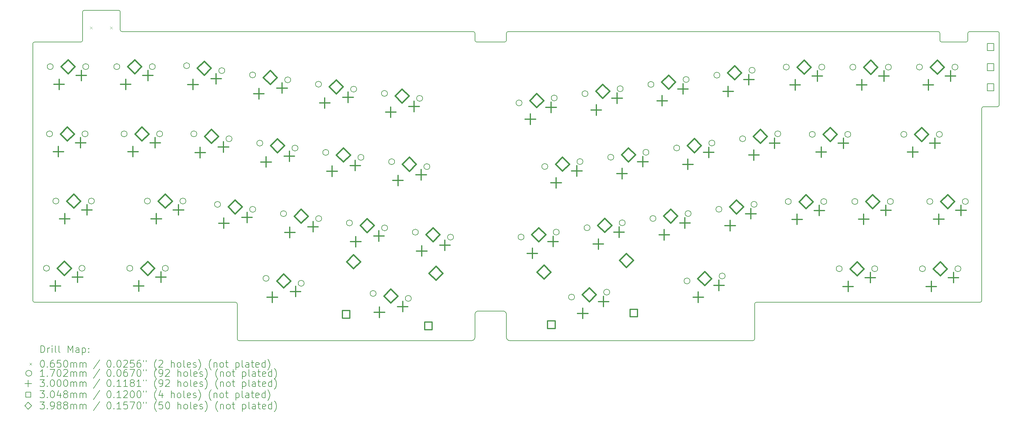
<source format=gbr>
%FSLAX45Y45*%
G04 Gerber Fmt 4.5, Leading zero omitted, Abs format (unit mm)*
G04 Created by KiCad (PCBNEW (5.99.0-9176-ga1730d51ff)) date 2021-05-08 16:46:10*
%MOMM*%
%LPD*%
G01*
G04 APERTURE LIST*
%TA.AperFunction,Profile*%
%ADD10C,0.200000*%
%TD*%
%ADD11C,0.200000*%
%ADD12C,0.065000*%
%ADD13C,0.170180*%
%ADD14C,0.300000*%
%ADD15C,0.304800*%
%ADD16C,0.398780*%
G04 APERTURE END LIST*
D10*
X9673000Y-9330000D02*
X9673000Y-9280000D01*
X34998000Y-9180000D02*
X34998000Y-9130000D01*
X34998000Y-16830000D02*
X28948000Y-16830000D01*
X34998000Y-9330000D02*
X34998000Y-9230000D01*
X34298000Y-9380000D02*
X34898000Y-9380000D01*
X28898000Y-16880000D02*
X28898000Y-16980000D01*
X10848000Y-9080000D02*
X13448000Y-9080000D01*
X22098000Y-17930000D02*
X21898000Y-17930000D01*
X35898000Y-9380000D02*
X35898000Y-11180000D01*
X8398000Y-9380000D02*
X8948000Y-9380000D01*
X35738000Y-9422000D02*
X35558000Y-9422000D01*
X35398000Y-12280000D02*
X35398000Y-13030000D01*
X14148000Y-17930000D02*
G75*
G02*
X14098000Y-17880000I0J50000D01*
G01*
X28898000Y-17880000D02*
G75*
G02*
X28848000Y-17930000I-50000J0D01*
G01*
X35558000Y-9622000D02*
X35738000Y-9622000D01*
X20498000Y-17930000D02*
X19548000Y-17930000D01*
X14098000Y-17880000D02*
X14098000Y-17680000D01*
X10748000Y-8730000D02*
X10748000Y-9030000D01*
X35583000Y-10572000D02*
X35558000Y-10572000D01*
X34198000Y-9230000D02*
X34198000Y-9330000D01*
X20898000Y-17180000D02*
G75*
G02*
X20998000Y-17080000I100000J0D01*
G01*
X14098000Y-17580000D02*
X14098000Y-16880000D01*
X20848000Y-9080000D02*
G75*
G02*
X20898000Y-9130000I0J-50000D01*
G01*
X35558000Y-9997500D02*
X35558000Y-10032500D01*
X35398000Y-16780000D02*
G75*
G02*
X35348000Y-16830000I-50000J0D01*
G01*
X21798000Y-17530000D02*
X21798000Y-17180000D01*
X35398000Y-11830000D02*
X35398000Y-12180000D01*
X35738000Y-10030000D02*
X35738000Y-9997000D01*
X20648000Y-17930000D02*
X20498000Y-17930000D01*
X35248000Y-9080000D02*
X35448000Y-9080000D01*
X21698000Y-17080000D02*
X20998000Y-17080000D01*
X28898000Y-16880000D02*
G75*
G02*
X28948000Y-16830000I50000J0D01*
G01*
X9673000Y-8930000D02*
X9673000Y-8730000D01*
X35558000Y-10572000D02*
X35558000Y-10607500D01*
X35738000Y-10772000D02*
X35738000Y-10734500D01*
X35738000Y-10572000D02*
X35713000Y-10572000D01*
X35398000Y-11280000D02*
X35398000Y-11405000D01*
X34998000Y-9230000D02*
X34998000Y-9180000D01*
X35713000Y-10572000D02*
X35583000Y-10572000D01*
X9673000Y-9280000D02*
X9673000Y-8930000D01*
X34248000Y-9380000D02*
X34298000Y-9380000D01*
X35558000Y-10735000D02*
X35558000Y-10772000D01*
X14048000Y-16830000D02*
G75*
G02*
X14098000Y-16880000I0J-50000D01*
G01*
X35898000Y-9280000D02*
X35898000Y-9380000D01*
X35348000Y-16830000D02*
X34998000Y-16830000D01*
X35558000Y-10164500D02*
X35558000Y-10197000D01*
X8248000Y-16330000D02*
X8248000Y-9580000D01*
X35738000Y-9432000D02*
X35738000Y-9422000D01*
X9673000Y-9330000D02*
G75*
G02*
X9623000Y-9380000I-50000J0D01*
G01*
X8298000Y-9380000D02*
X8398000Y-9380000D01*
X8298000Y-16830000D02*
G75*
G02*
X8248000Y-16780000I0J50000D01*
G01*
X10748000Y-8530000D02*
X10748000Y-8730000D01*
X35898000Y-11180000D02*
G75*
G02*
X35848000Y-11230000I-50000J0D01*
G01*
X13448000Y-9080000D02*
X13648000Y-9080000D01*
X9778000Y-8470000D02*
X10708000Y-8470000D01*
X22198000Y-17930000D02*
X22098000Y-17930000D01*
X35398000Y-13280000D02*
X35398000Y-14230000D01*
X21798000Y-9130000D02*
G75*
G02*
X21848000Y-9080000I50000J0D01*
G01*
X20898000Y-17830000D02*
G75*
G02*
X20798000Y-17930000I-100000J0D01*
G01*
X34198000Y-9180000D02*
X34198000Y-9230000D01*
X20898000Y-17180000D02*
X20898000Y-17530000D01*
X9673000Y-8730000D02*
X9673000Y-8530000D01*
X20898000Y-9130000D02*
X20898000Y-9330000D01*
X9673000Y-8520000D02*
G75*
G02*
X9723000Y-8470000I50000J0D01*
G01*
X10748000Y-8510000D02*
X10748000Y-8530000D01*
X22348000Y-17930000D02*
X22198000Y-17930000D01*
X35748000Y-9080000D02*
X35848000Y-9080000D01*
X35713000Y-10772000D02*
X35738000Y-10772000D01*
X34148000Y-9080000D02*
G75*
G02*
X34198000Y-9130000I0J-50000D01*
G01*
X8948000Y-9380000D02*
X9098000Y-9380000D01*
X34198000Y-9130000D02*
X34198000Y-9180000D01*
X20798000Y-17930000D02*
X20698000Y-17930000D01*
X35558000Y-10197000D02*
X35583000Y-10197000D01*
X20798000Y-9080000D02*
X20848000Y-9080000D01*
X35048000Y-9080000D02*
X35248000Y-9080000D01*
X14248000Y-17930000D02*
X14148000Y-17930000D01*
X35738000Y-9997000D02*
X35727000Y-9997000D01*
X34898000Y-9380000D02*
X34948000Y-9380000D01*
X19548000Y-17930000D02*
X14248000Y-17930000D01*
X35713000Y-10197000D02*
X35738000Y-10197000D01*
X35558000Y-9997000D02*
X35558000Y-9997500D01*
X21898000Y-17930000D02*
G75*
G02*
X21798000Y-17830000I0J100000D01*
G01*
X35398000Y-11730000D02*
X35398000Y-11830000D01*
X35398000Y-12180000D02*
X35398000Y-12280000D01*
X35398000Y-11280000D02*
G75*
G02*
X35448000Y-11230000I50000J0D01*
G01*
X8248000Y-9430000D02*
G75*
G02*
X8298000Y-9380000I50000J0D01*
G01*
X9673000Y-8530000D02*
X9673000Y-8520000D01*
X14048000Y-16830000D02*
X8298000Y-16830000D01*
X14098000Y-17680000D02*
X14098000Y-17580000D01*
X35848000Y-9080000D02*
G75*
G02*
X35898000Y-9130000I0J-50000D01*
G01*
X21848000Y-9080000D02*
X22148000Y-9080000D01*
X9098000Y-9380000D02*
X9623000Y-9380000D01*
X35448000Y-9080000D02*
X35748000Y-9080000D01*
X35713000Y-9997000D02*
X35583000Y-9997000D01*
X35558000Y-9603000D02*
X35558000Y-9622000D01*
X35398000Y-14230000D02*
X35398000Y-16780000D01*
X35398000Y-13030000D02*
X35398000Y-13180000D01*
X35548000Y-11230000D02*
X35448000Y-11230000D01*
X10708000Y-8470000D02*
G75*
G02*
X10748000Y-8510000I0J-40000D01*
G01*
X34248000Y-9380000D02*
G75*
G02*
X34198000Y-9330000I0J50000D01*
G01*
X35558000Y-9422000D02*
X35558000Y-9501000D01*
X33998000Y-9080000D02*
X34148000Y-9080000D01*
X21798000Y-17830000D02*
X21798000Y-17530000D01*
X34998000Y-9330000D02*
G75*
G02*
X34948000Y-9380000I-50000J0D01*
G01*
X20948000Y-9380000D02*
X21748000Y-9380000D01*
X20698000Y-17930000D02*
X20648000Y-17930000D01*
X28898000Y-16980000D02*
X28898000Y-17480000D01*
X35738000Y-10607000D02*
X35738000Y-10572000D01*
X28848000Y-17930000D02*
X26048000Y-17930000D01*
X35398000Y-11405000D02*
X35398000Y-11730000D01*
X35558000Y-9501000D02*
X35558000Y-9603000D01*
X35398000Y-13230000D02*
X35398000Y-13280000D01*
X35558000Y-10032500D02*
X35558000Y-10164500D01*
X35727000Y-9997000D02*
X35713000Y-9997000D01*
X35738000Y-10162000D02*
X35738000Y-10030000D01*
X35898000Y-9130000D02*
X35898000Y-9280000D01*
X35398000Y-13180000D02*
X35398000Y-13230000D01*
X35583000Y-10197000D02*
X35713000Y-10197000D01*
X35583000Y-10772000D02*
X35713000Y-10772000D01*
X34998000Y-9130000D02*
G75*
G02*
X35048000Y-9080000I50000J0D01*
G01*
X20948000Y-9380000D02*
G75*
G02*
X20898000Y-9330000I0J50000D01*
G01*
X10798000Y-9080000D02*
G75*
G02*
X10748000Y-9030000I0J50000D01*
G01*
X26048000Y-17930000D02*
X22348000Y-17930000D01*
X8248000Y-16780000D02*
X8248000Y-16330000D01*
X21798000Y-9330000D02*
X21798000Y-9130000D01*
X13648000Y-9080000D02*
X20548000Y-9080000D01*
X35848000Y-11230000D02*
X35548000Y-11230000D01*
X20898000Y-17530000D02*
X20898000Y-17830000D01*
X28898000Y-17480000D02*
X28898000Y-17680000D01*
X28898000Y-17680000D02*
X28898000Y-17880000D01*
X35738000Y-10734500D02*
X35738000Y-10607000D01*
X9723000Y-8470000D02*
X9778000Y-8470000D01*
X35583000Y-9997000D02*
X35558000Y-9997000D01*
X8248000Y-9580000D02*
X8248000Y-9430000D01*
X20548000Y-9080000D02*
X20798000Y-9080000D01*
X22148000Y-9080000D02*
X33998000Y-9080000D01*
X35738000Y-10197000D02*
X35738000Y-10162000D01*
X35738000Y-9622000D02*
X35738000Y-9432000D01*
X21698000Y-17080000D02*
G75*
G02*
X21798000Y-17180000I0J-100000D01*
G01*
X21798000Y-9330000D02*
G75*
G02*
X21748000Y-9380000I-50000J0D01*
G01*
X10798000Y-9080000D02*
X10848000Y-9080000D01*
X35558000Y-10607500D02*
X35558000Y-10735000D01*
X35558000Y-10772000D02*
X35583000Y-10772000D01*
D11*
D12*
X9884500Y-8938400D02*
X9949500Y-9003400D01*
X9949500Y-8938400D02*
X9884500Y-9003400D01*
X10462500Y-8938400D02*
X10527500Y-9003400D01*
X10527500Y-8938400D02*
X10462500Y-9003400D01*
D13*
X8724590Y-15856000D02*
G75*
G03*
X8724590Y-15856000I-85090J0D01*
G01*
X8812090Y-12009000D02*
G75*
G03*
X8812090Y-12009000I-85090J0D01*
G01*
X8831590Y-10084000D02*
G75*
G03*
X8831590Y-10084000I-85090J0D01*
G01*
X8993590Y-13932000D02*
G75*
G03*
X8993590Y-13932000I-85090J0D01*
G01*
X9740590Y-15856000D02*
G75*
G03*
X9740590Y-15856000I-85090J0D01*
G01*
X9828090Y-12009000D02*
G75*
G03*
X9828090Y-12009000I-85090J0D01*
G01*
X9847590Y-10084000D02*
G75*
G03*
X9847590Y-10084000I-85090J0D01*
G01*
X10009590Y-13932000D02*
G75*
G03*
X10009590Y-13932000I-85090J0D01*
G01*
X10736090Y-10085000D02*
G75*
G03*
X10736090Y-10085000I-85090J0D01*
G01*
X10946090Y-12009000D02*
G75*
G03*
X10946090Y-12009000I-85090J0D01*
G01*
X11108590Y-15857500D02*
G75*
G03*
X11108590Y-15857500I-85090J0D01*
G01*
X11612090Y-13932000D02*
G75*
G03*
X11612090Y-13932000I-85090J0D01*
G01*
X11752090Y-10085000D02*
G75*
G03*
X11752090Y-10085000I-85090J0D01*
G01*
X11962090Y-12009000D02*
G75*
G03*
X11962090Y-12009000I-85090J0D01*
G01*
X12124590Y-15857500D02*
G75*
G03*
X12124590Y-15857500I-85090J0D01*
G01*
X12628090Y-13932000D02*
G75*
G03*
X12628090Y-13932000I-85090J0D01*
G01*
X12734034Y-10057300D02*
G75*
G03*
X12734034Y-10057300I-85090J0D01*
G01*
X12941034Y-12008300D02*
G75*
G03*
X12941034Y-12008300I-85090J0D01*
G01*
X13618034Y-14028300D02*
G75*
G03*
X13618034Y-14028300I-85090J0D01*
G01*
X13740146Y-10198700D02*
G75*
G03*
X13740146Y-10198700I-85090J0D01*
G01*
X13947146Y-12149700D02*
G75*
G03*
X13947146Y-12149700I-85090J0D01*
G01*
X14621034Y-10321300D02*
G75*
G03*
X14621034Y-10321300I-85090J0D01*
G01*
X14624146Y-14169700D02*
G75*
G03*
X14624146Y-14169700I-85090J0D01*
G01*
X14828034Y-12274300D02*
G75*
G03*
X14828034Y-12274300I-85090J0D01*
G01*
X15005534Y-16145800D02*
G75*
G03*
X15005534Y-16145800I-85090J0D01*
G01*
X15506034Y-14293300D02*
G75*
G03*
X15506034Y-14293300I-85090J0D01*
G01*
X15627146Y-10462700D02*
G75*
G03*
X15627146Y-10462700I-85090J0D01*
G01*
X15834146Y-12415700D02*
G75*
G03*
X15834146Y-12415700I-85090J0D01*
G01*
X16011646Y-16287200D02*
G75*
G03*
X16011646Y-16287200I-85090J0D01*
G01*
X16506534Y-10587300D02*
G75*
G03*
X16506534Y-10587300I-85090J0D01*
G01*
X16512146Y-14434700D02*
G75*
G03*
X16512146Y-14434700I-85090J0D01*
G01*
X16714034Y-12540300D02*
G75*
G03*
X16714034Y-12540300I-85090J0D01*
G01*
X17392034Y-14559300D02*
G75*
G03*
X17392034Y-14559300I-85090J0D01*
G01*
X17512646Y-10728700D02*
G75*
G03*
X17512646Y-10728700I-85090J0D01*
G01*
X17720146Y-12681700D02*
G75*
G03*
X17720146Y-12681700I-85090J0D01*
G01*
X18070034Y-16578300D02*
G75*
G03*
X18070034Y-16578300I-85090J0D01*
G01*
X18394034Y-10851300D02*
G75*
G03*
X18394034Y-10851300I-85090J0D01*
G01*
X18398146Y-14700700D02*
G75*
G03*
X18398146Y-14700700I-85090J0D01*
G01*
X18600034Y-12805300D02*
G75*
G03*
X18600034Y-12805300I-85090J0D01*
G01*
X19076146Y-16719700D02*
G75*
G03*
X19076146Y-16719700I-85090J0D01*
G01*
X19278034Y-14824300D02*
G75*
G03*
X19278034Y-14824300I-85090J0D01*
G01*
X19400146Y-10992700D02*
G75*
G03*
X19400146Y-10992700I-85090J0D01*
G01*
X19606146Y-12946700D02*
G75*
G03*
X19606146Y-12946700I-85090J0D01*
G01*
X20284146Y-14965700D02*
G75*
G03*
X20284146Y-14965700I-85090J0D01*
G01*
X22244034Y-11122700D02*
G75*
G03*
X22244034Y-11122700I-85090J0D01*
G01*
X22302034Y-14962700D02*
G75*
G03*
X22302034Y-14962700I-85090J0D01*
G01*
X22981034Y-12943700D02*
G75*
G03*
X22981034Y-12943700I-85090J0D01*
G01*
X23250146Y-10981300D02*
G75*
G03*
X23250146Y-10981300I-85090J0D01*
G01*
X23308146Y-14821300D02*
G75*
G03*
X23308146Y-14821300I-85090J0D01*
G01*
X23745988Y-16681700D02*
G75*
G03*
X23745988Y-16681700I-85090J0D01*
G01*
X23987146Y-12802300D02*
G75*
G03*
X23987146Y-12802300I-85090J0D01*
G01*
X24131034Y-10858700D02*
G75*
G03*
X24131034Y-10858700I-85090J0D01*
G01*
X24190034Y-14696700D02*
G75*
G03*
X24190034Y-14696700I-85090J0D01*
G01*
X24752100Y-16540300D02*
G75*
G03*
X24752100Y-16540300I-85090J0D01*
G01*
X24868034Y-12677700D02*
G75*
G03*
X24868034Y-12677700I-85090J0D01*
G01*
X25137146Y-10717300D02*
G75*
G03*
X25137146Y-10717300I-85090J0D01*
G01*
X25196146Y-14555300D02*
G75*
G03*
X25196146Y-14555300I-85090J0D01*
G01*
X25874146Y-12536300D02*
G75*
G03*
X25874146Y-12536300I-85090J0D01*
G01*
X26017034Y-10593700D02*
G75*
G03*
X26017034Y-10593700I-85090J0D01*
G01*
X26075034Y-14431700D02*
G75*
G03*
X26075034Y-14431700I-85090J0D01*
G01*
X26754034Y-12412700D02*
G75*
G03*
X26754034Y-12412700I-85090J0D01*
G01*
X27023146Y-10452300D02*
G75*
G03*
X27023146Y-10452300I-85090J0D01*
G01*
X27049034Y-16219700D02*
G75*
G03*
X27049034Y-16219700I-85090J0D01*
G01*
X27081146Y-14290300D02*
G75*
G03*
X27081146Y-14290300I-85090J0D01*
G01*
X27760146Y-12271300D02*
G75*
G03*
X27760146Y-12271300I-85090J0D01*
G01*
X27904034Y-10328700D02*
G75*
G03*
X27904034Y-10328700I-85090J0D01*
G01*
X27961034Y-14167700D02*
G75*
G03*
X27961034Y-14167700I-85090J0D01*
G01*
X28055146Y-16078300D02*
G75*
G03*
X28055146Y-16078300I-85090J0D01*
G01*
X28640034Y-12148700D02*
G75*
G03*
X28640034Y-12148700I-85090J0D01*
G01*
X28910146Y-10187300D02*
G75*
G03*
X28910146Y-10187300I-85090J0D01*
G01*
X28967146Y-14026300D02*
G75*
G03*
X28967146Y-14026300I-85090J0D01*
G01*
X29646146Y-12007300D02*
G75*
G03*
X29646146Y-12007300I-85090J0D01*
G01*
X29889090Y-10097000D02*
G75*
G03*
X29889090Y-10097000I-85090J0D01*
G01*
X29946090Y-13947000D02*
G75*
G03*
X29946090Y-13947000I-85090J0D01*
G01*
X30633090Y-12023000D02*
G75*
G03*
X30633090Y-12023000I-85090J0D01*
G01*
X30905090Y-10097000D02*
G75*
G03*
X30905090Y-10097000I-85090J0D01*
G01*
X30962090Y-13947000D02*
G75*
G03*
X30962090Y-13947000I-85090J0D01*
G01*
X31403694Y-15870000D02*
G75*
G03*
X31403694Y-15870000I-85090J0D01*
G01*
X31649090Y-12023000D02*
G75*
G03*
X31649090Y-12023000I-85090J0D01*
G01*
X31794090Y-10099000D02*
G75*
G03*
X31794090Y-10099000I-85090J0D01*
G01*
X31851090Y-13945000D02*
G75*
G03*
X31851090Y-13945000I-85090J0D01*
G01*
X32419694Y-15870000D02*
G75*
G03*
X32419694Y-15870000I-85090J0D01*
G01*
X32810090Y-10099000D02*
G75*
G03*
X32810090Y-10099000I-85090J0D01*
G01*
X32867090Y-13945000D02*
G75*
G03*
X32867090Y-13945000I-85090J0D01*
G01*
X33252090Y-12023000D02*
G75*
G03*
X33252090Y-12023000I-85090J0D01*
G01*
X33699090Y-10097000D02*
G75*
G03*
X33699090Y-10097000I-85090J0D01*
G01*
X33784090Y-15870000D02*
G75*
G03*
X33784090Y-15870000I-85090J0D01*
G01*
X33996090Y-13945000D02*
G75*
G03*
X33996090Y-13945000I-85090J0D01*
G01*
X34268090Y-12023000D02*
G75*
G03*
X34268090Y-12023000I-85090J0D01*
G01*
X34715090Y-10097000D02*
G75*
G03*
X34715090Y-10097000I-85090J0D01*
G01*
X34800090Y-15870000D02*
G75*
G03*
X34800090Y-15870000I-85090J0D01*
G01*
X35012090Y-13945000D02*
G75*
G03*
X35012090Y-13945000I-85090J0D01*
G01*
D14*
X8893500Y-16214000D02*
X8893500Y-16514000D01*
X8743500Y-16364000D02*
X9043500Y-16364000D01*
X8981000Y-12367000D02*
X8981000Y-12667000D01*
X8831000Y-12517000D02*
X9131000Y-12517000D01*
X9000500Y-10442000D02*
X9000500Y-10742000D01*
X8850500Y-10592000D02*
X9150500Y-10592000D01*
X9162500Y-14290000D02*
X9162500Y-14590000D01*
X9012500Y-14440000D02*
X9312500Y-14440000D01*
X9528500Y-15960000D02*
X9528500Y-16260000D01*
X9378500Y-16110000D02*
X9678500Y-16110000D01*
X9616000Y-12113000D02*
X9616000Y-12413000D01*
X9466000Y-12263000D02*
X9766000Y-12263000D01*
X9635500Y-10188000D02*
X9635500Y-10488000D01*
X9485500Y-10338000D02*
X9785500Y-10338000D01*
X9797500Y-14036000D02*
X9797500Y-14336000D01*
X9647500Y-14186000D02*
X9947500Y-14186000D01*
X10905000Y-10443000D02*
X10905000Y-10743000D01*
X10755000Y-10593000D02*
X11055000Y-10593000D01*
X11115000Y-12367000D02*
X11115000Y-12667000D01*
X10965000Y-12517000D02*
X11265000Y-12517000D01*
X11277500Y-16215500D02*
X11277500Y-16515500D01*
X11127500Y-16365500D02*
X11427500Y-16365500D01*
X11540000Y-10189000D02*
X11540000Y-10489000D01*
X11390000Y-10339000D02*
X11690000Y-10339000D01*
X11750000Y-12113000D02*
X11750000Y-12413000D01*
X11600000Y-12263000D02*
X11900000Y-12263000D01*
X11781000Y-14290000D02*
X11781000Y-14590000D01*
X11631000Y-14440000D02*
X11931000Y-14440000D01*
X11912500Y-15961500D02*
X11912500Y-16261500D01*
X11762500Y-16111500D02*
X12062500Y-16111500D01*
X12416000Y-14036000D02*
X12416000Y-14336000D01*
X12266000Y-14186000D02*
X12566000Y-14186000D01*
X12829772Y-10445706D02*
X12829772Y-10745706D01*
X12679772Y-10595706D02*
X12979772Y-10595706D01*
X13036772Y-12396706D02*
X13036772Y-12696706D01*
X12886772Y-12546706D02*
X13186772Y-12546706D01*
X13493942Y-10282553D02*
X13493942Y-10582553D01*
X13343942Y-10432553D02*
X13643942Y-10432553D01*
X13700942Y-12233553D02*
X13700942Y-12533553D01*
X13550942Y-12383553D02*
X13850942Y-12383553D01*
X13713772Y-14416706D02*
X13713772Y-14716706D01*
X13563772Y-14566706D02*
X13863772Y-14566706D01*
X14377942Y-14253553D02*
X14377942Y-14553553D01*
X14227942Y-14403553D02*
X14527942Y-14403553D01*
X14716772Y-10709706D02*
X14716772Y-11009706D01*
X14566772Y-10859706D02*
X14866772Y-10859706D01*
X14923772Y-12662706D02*
X14923772Y-12962706D01*
X14773772Y-12812706D02*
X15073772Y-12812706D01*
X15101272Y-16534206D02*
X15101272Y-16834206D01*
X14951272Y-16684206D02*
X15251272Y-16684206D01*
X15380942Y-10546553D02*
X15380942Y-10846553D01*
X15230942Y-10696553D02*
X15530942Y-10696553D01*
X15587942Y-12499553D02*
X15587942Y-12799553D01*
X15437942Y-12649553D02*
X15737942Y-12649553D01*
X15601772Y-14681706D02*
X15601772Y-14981706D01*
X15451772Y-14831706D02*
X15751772Y-14831706D01*
X15765442Y-16371053D02*
X15765442Y-16671053D01*
X15615442Y-16521053D02*
X15915442Y-16521053D01*
X16265942Y-14518553D02*
X16265942Y-14818553D01*
X16115942Y-14668553D02*
X16415942Y-14668553D01*
X16602272Y-10975706D02*
X16602272Y-11275706D01*
X16452272Y-11125706D02*
X16752272Y-11125706D01*
X16809772Y-12928706D02*
X16809772Y-13228706D01*
X16659772Y-13078706D02*
X16959772Y-13078706D01*
X17266442Y-10812553D02*
X17266442Y-11112553D01*
X17116442Y-10962553D02*
X17416442Y-10962553D01*
X17473942Y-12765553D02*
X17473942Y-13065553D01*
X17323942Y-12915553D02*
X17623942Y-12915553D01*
X17487772Y-14947706D02*
X17487772Y-15247706D01*
X17337772Y-15097706D02*
X17637772Y-15097706D01*
X18151942Y-14784553D02*
X18151942Y-15084553D01*
X18001942Y-14934553D02*
X18301942Y-14934553D01*
X18165772Y-16966706D02*
X18165772Y-17266706D01*
X18015772Y-17116706D02*
X18315772Y-17116706D01*
X18489772Y-11239706D02*
X18489772Y-11539706D01*
X18339772Y-11389706D02*
X18639772Y-11389706D01*
X18695772Y-13193706D02*
X18695772Y-13493706D01*
X18545772Y-13343706D02*
X18845772Y-13343706D01*
X18829942Y-16803553D02*
X18829942Y-17103553D01*
X18679942Y-16953553D02*
X18979942Y-16953553D01*
X19153942Y-11076553D02*
X19153942Y-11376553D01*
X19003942Y-11226553D02*
X19303942Y-11226553D01*
X19359942Y-13030553D02*
X19359942Y-13330553D01*
X19209942Y-13180553D02*
X19509942Y-13180553D01*
X19373772Y-15212706D02*
X19373772Y-15512706D01*
X19223772Y-15362706D02*
X19523772Y-15362706D01*
X20037942Y-15049553D02*
X20037942Y-15349553D01*
X19887942Y-15199553D02*
X20187942Y-15199553D01*
X22481172Y-11440406D02*
X22481172Y-11740406D01*
X22331172Y-11590406D02*
X22631172Y-11590406D01*
X22539172Y-15280406D02*
X22539172Y-15580406D01*
X22389172Y-15430406D02*
X22689172Y-15430406D01*
X23074642Y-11100503D02*
X23074642Y-11400503D01*
X22924642Y-11250503D02*
X23224642Y-11250503D01*
X23132642Y-14940503D02*
X23132642Y-15240503D01*
X22982642Y-15090503D02*
X23282642Y-15090503D01*
X23218172Y-13261406D02*
X23218172Y-13561406D01*
X23068172Y-13411406D02*
X23368172Y-13411406D01*
X23811642Y-12921503D02*
X23811642Y-13221503D01*
X23661642Y-13071503D02*
X23961642Y-13071503D01*
X23983126Y-16999406D02*
X23983126Y-17299406D01*
X23833126Y-17149406D02*
X24133126Y-17149406D01*
X24368172Y-11176406D02*
X24368172Y-11476406D01*
X24218172Y-11326406D02*
X24518172Y-11326406D01*
X24427172Y-15014406D02*
X24427172Y-15314406D01*
X24277172Y-15164406D02*
X24577172Y-15164406D01*
X24576596Y-16659503D02*
X24576596Y-16959503D01*
X24426596Y-16809503D02*
X24726596Y-16809503D01*
X24961642Y-10836503D02*
X24961642Y-11136503D01*
X24811642Y-10986503D02*
X25111642Y-10986503D01*
X25020642Y-14674503D02*
X25020642Y-14974503D01*
X24870642Y-14824503D02*
X25170642Y-14824503D01*
X25105172Y-12995406D02*
X25105172Y-13295406D01*
X24955172Y-13145406D02*
X25255172Y-13145406D01*
X25698642Y-12655503D02*
X25698642Y-12955503D01*
X25548642Y-12805503D02*
X25848642Y-12805503D01*
X26254172Y-10911406D02*
X26254172Y-11211406D01*
X26104172Y-11061406D02*
X26404172Y-11061406D01*
X26312172Y-14749406D02*
X26312172Y-15049406D01*
X26162172Y-14899406D02*
X26462172Y-14899406D01*
X26847642Y-10571503D02*
X26847642Y-10871503D01*
X26697642Y-10721503D02*
X26997642Y-10721503D01*
X26905642Y-14409503D02*
X26905642Y-14709503D01*
X26755642Y-14559503D02*
X27055642Y-14559503D01*
X26991172Y-12730406D02*
X26991172Y-13030406D01*
X26841172Y-12880406D02*
X27141172Y-12880406D01*
X27286172Y-16537406D02*
X27286172Y-16837406D01*
X27136172Y-16687406D02*
X27436172Y-16687406D01*
X27584642Y-12390503D02*
X27584642Y-12690503D01*
X27434642Y-12540503D02*
X27734642Y-12540503D01*
X27879642Y-16197503D02*
X27879642Y-16497503D01*
X27729642Y-16347503D02*
X28029642Y-16347503D01*
X28141172Y-10646406D02*
X28141172Y-10946406D01*
X27991172Y-10796406D02*
X28291172Y-10796406D01*
X28198172Y-14485406D02*
X28198172Y-14785406D01*
X28048172Y-14635406D02*
X28348172Y-14635406D01*
X28734642Y-10306503D02*
X28734642Y-10606503D01*
X28584642Y-10456503D02*
X28884642Y-10456503D01*
X28791642Y-14145503D02*
X28791642Y-14445503D01*
X28641642Y-14295503D02*
X28941642Y-14295503D01*
X28877172Y-12466406D02*
X28877172Y-12766406D01*
X28727172Y-12616406D02*
X29027172Y-12616406D01*
X29470642Y-12126503D02*
X29470642Y-12426503D01*
X29320642Y-12276503D02*
X29620642Y-12276503D01*
X30058000Y-10455000D02*
X30058000Y-10755000D01*
X29908000Y-10605000D02*
X30208000Y-10605000D01*
X30115000Y-14305000D02*
X30115000Y-14605000D01*
X29965000Y-14455000D02*
X30265000Y-14455000D01*
X30693000Y-10201000D02*
X30693000Y-10501000D01*
X30543000Y-10351000D02*
X30843000Y-10351000D01*
X30750000Y-14051000D02*
X30750000Y-14351000D01*
X30600000Y-14201000D02*
X30900000Y-14201000D01*
X30802000Y-12381000D02*
X30802000Y-12681000D01*
X30652000Y-12531000D02*
X30952000Y-12531000D01*
X31437000Y-12127000D02*
X31437000Y-12427000D01*
X31287000Y-12277000D02*
X31587000Y-12277000D01*
X31572604Y-16228000D02*
X31572604Y-16528000D01*
X31422604Y-16378000D02*
X31722604Y-16378000D01*
X31963000Y-10457000D02*
X31963000Y-10757000D01*
X31813000Y-10607000D02*
X32113000Y-10607000D01*
X32020000Y-14303000D02*
X32020000Y-14603000D01*
X31870000Y-14453000D02*
X32170000Y-14453000D01*
X32207604Y-15974000D02*
X32207604Y-16274000D01*
X32057604Y-16124000D02*
X32357604Y-16124000D01*
X32598000Y-10203000D02*
X32598000Y-10503000D01*
X32448000Y-10353000D02*
X32748000Y-10353000D01*
X32655000Y-14049000D02*
X32655000Y-14349000D01*
X32505000Y-14199000D02*
X32805000Y-14199000D01*
X33421000Y-12381000D02*
X33421000Y-12681000D01*
X33271000Y-12531000D02*
X33571000Y-12531000D01*
X33868000Y-10455000D02*
X33868000Y-10755000D01*
X33718000Y-10605000D02*
X34018000Y-10605000D01*
X33953000Y-16228000D02*
X33953000Y-16528000D01*
X33803000Y-16378000D02*
X34103000Y-16378000D01*
X34056000Y-12127000D02*
X34056000Y-12427000D01*
X33906000Y-12277000D02*
X34206000Y-12277000D01*
X34165000Y-14303000D02*
X34165000Y-14603000D01*
X34015000Y-14453000D02*
X34315000Y-14453000D01*
X34503000Y-10201000D02*
X34503000Y-10501000D01*
X34353000Y-10351000D02*
X34653000Y-10351000D01*
X34588000Y-15974000D02*
X34588000Y-16274000D01*
X34438000Y-16124000D02*
X34738000Y-16124000D01*
X34800000Y-14049000D02*
X34800000Y-14349000D01*
X34650000Y-14199000D02*
X34950000Y-14199000D01*
D15*
X17319133Y-17284228D02*
X17319133Y-17068699D01*
X17103605Y-17068699D01*
X17103605Y-17284228D01*
X17319133Y-17284228D01*
X19675971Y-17615459D02*
X19675971Y-17399931D01*
X19460443Y-17399931D01*
X19460443Y-17615459D01*
X19675971Y-17615459D01*
X23191026Y-17579165D02*
X23191026Y-17363636D01*
X22975498Y-17363636D01*
X22975498Y-17579165D01*
X23191026Y-17579165D01*
X25547864Y-17247933D02*
X25547864Y-17032405D01*
X25332336Y-17032405D01*
X25332336Y-17247933D01*
X25547864Y-17247933D01*
D16*
X9147500Y-16055390D02*
X9346890Y-15856000D01*
X9147500Y-15656610D01*
X8948110Y-15856000D01*
X9147500Y-16055390D01*
X9235000Y-12208390D02*
X9434390Y-12009000D01*
X9235000Y-11809610D01*
X9035610Y-12009000D01*
X9235000Y-12208390D01*
X9254500Y-10283390D02*
X9453890Y-10084000D01*
X9254500Y-9884610D01*
X9055110Y-10084000D01*
X9254500Y-10283390D01*
X9416500Y-14131390D02*
X9615890Y-13932000D01*
X9416500Y-13732610D01*
X9217110Y-13932000D01*
X9416500Y-14131390D01*
X11159000Y-10284390D02*
X11358390Y-10085000D01*
X11159000Y-9885610D01*
X10959610Y-10085000D01*
X11159000Y-10284390D01*
X11369000Y-12208390D02*
X11568390Y-12009000D01*
X11369000Y-11809610D01*
X11169610Y-12009000D01*
X11369000Y-12208390D01*
X11531500Y-16056890D02*
X11730890Y-15857500D01*
X11531500Y-15658110D01*
X11332110Y-15857500D01*
X11531500Y-16056890D01*
X12035000Y-14131390D02*
X12234390Y-13932000D01*
X12035000Y-13732610D01*
X11835610Y-13932000D01*
X12035000Y-14131390D01*
X13152000Y-10327390D02*
X13351390Y-10128000D01*
X13152000Y-9928610D01*
X12952610Y-10128000D01*
X13152000Y-10327390D01*
X13359000Y-12278390D02*
X13558390Y-12079000D01*
X13359000Y-11879610D01*
X13159610Y-12079000D01*
X13359000Y-12278390D01*
X14036000Y-14298390D02*
X14235390Y-14099000D01*
X14036000Y-13899610D01*
X13836610Y-14099000D01*
X14036000Y-14298390D01*
X15039000Y-10591390D02*
X15238390Y-10392000D01*
X15039000Y-10192610D01*
X14839610Y-10392000D01*
X15039000Y-10591390D01*
X15246000Y-12544390D02*
X15445390Y-12345000D01*
X15246000Y-12145610D01*
X15046610Y-12345000D01*
X15246000Y-12544390D01*
X15423500Y-16415890D02*
X15622890Y-16216500D01*
X15423500Y-16017110D01*
X15224110Y-16216500D01*
X15423500Y-16415890D01*
X15924000Y-14563390D02*
X16123390Y-14364000D01*
X15924000Y-14164610D01*
X15724610Y-14364000D01*
X15924000Y-14563390D01*
X16924500Y-10857390D02*
X17123890Y-10658000D01*
X16924500Y-10458610D01*
X16725110Y-10658000D01*
X16924500Y-10857390D01*
X17132000Y-12810390D02*
X17331390Y-12611000D01*
X17132000Y-12411610D01*
X16932610Y-12611000D01*
X17132000Y-12810390D01*
X17423468Y-15866685D02*
X17622858Y-15667295D01*
X17423468Y-15467905D01*
X17224078Y-15667295D01*
X17423468Y-15866685D01*
X17810000Y-14829390D02*
X18009390Y-14630000D01*
X17810000Y-14430610D01*
X17610610Y-14630000D01*
X17810000Y-14829390D01*
X18488000Y-16848390D02*
X18687390Y-16649000D01*
X18488000Y-16449610D01*
X18288610Y-16649000D01*
X18488000Y-16848390D01*
X18812000Y-11121390D02*
X19011390Y-10922000D01*
X18812000Y-10722610D01*
X18612610Y-10922000D01*
X18812000Y-11121390D01*
X19018000Y-13075390D02*
X19217390Y-12876000D01*
X19018000Y-12676610D01*
X18818610Y-12876000D01*
X19018000Y-13075390D01*
X19696000Y-15094390D02*
X19895390Y-14895000D01*
X19696000Y-14695610D01*
X19496610Y-14895000D01*
X19696000Y-15094390D01*
X19780306Y-16197917D02*
X19979696Y-15998527D01*
X19780306Y-15799137D01*
X19580916Y-15998527D01*
X19780306Y-16197917D01*
X22662000Y-11251390D02*
X22861390Y-11052000D01*
X22662000Y-10852610D01*
X22462610Y-11052000D01*
X22662000Y-11251390D01*
X22720000Y-15091390D02*
X22919390Y-14892000D01*
X22720000Y-14692610D01*
X22520610Y-14892000D01*
X22720000Y-15091390D01*
X22871162Y-16161622D02*
X23070552Y-15962232D01*
X22871162Y-15762842D01*
X22671772Y-15962232D01*
X22871162Y-16161622D01*
X23399000Y-13072390D02*
X23598390Y-12873000D01*
X23399000Y-12673610D01*
X23199610Y-12873000D01*
X23399000Y-13072390D01*
X24163954Y-16810390D02*
X24363344Y-16611000D01*
X24163954Y-16411610D01*
X23964564Y-16611000D01*
X24163954Y-16810390D01*
X24549000Y-10987390D02*
X24748390Y-10788000D01*
X24549000Y-10588610D01*
X24349610Y-10788000D01*
X24549000Y-10987390D01*
X24608000Y-14825390D02*
X24807390Y-14626000D01*
X24608000Y-14426610D01*
X24408610Y-14626000D01*
X24608000Y-14825390D01*
X25228000Y-15830390D02*
X25427390Y-15631000D01*
X25228000Y-15431610D01*
X25028610Y-15631000D01*
X25228000Y-15830390D01*
X25286000Y-12806390D02*
X25485390Y-12607000D01*
X25286000Y-12407610D01*
X25086610Y-12607000D01*
X25286000Y-12806390D01*
X26435000Y-10722390D02*
X26634390Y-10523000D01*
X26435000Y-10323610D01*
X26235610Y-10523000D01*
X26435000Y-10722390D01*
X26493000Y-14560390D02*
X26692390Y-14361000D01*
X26493000Y-14161610D01*
X26293610Y-14361000D01*
X26493000Y-14560390D01*
X27172000Y-12541390D02*
X27371390Y-12342000D01*
X27172000Y-12142610D01*
X26972610Y-12342000D01*
X27172000Y-12541390D01*
X27467000Y-16348390D02*
X27666390Y-16149000D01*
X27467000Y-15949610D01*
X27267610Y-16149000D01*
X27467000Y-16348390D01*
X28322000Y-10457390D02*
X28521390Y-10258000D01*
X28322000Y-10058610D01*
X28122610Y-10258000D01*
X28322000Y-10457390D01*
X28379000Y-14296390D02*
X28578390Y-14097000D01*
X28379000Y-13897610D01*
X28179610Y-14097000D01*
X28379000Y-14296390D01*
X29058000Y-12277390D02*
X29257390Y-12078000D01*
X29058000Y-11878610D01*
X28858610Y-12078000D01*
X29058000Y-12277390D01*
X30312000Y-10296390D02*
X30511390Y-10097000D01*
X30312000Y-9897610D01*
X30112610Y-10097000D01*
X30312000Y-10296390D01*
X30369000Y-14146390D02*
X30568390Y-13947000D01*
X30369000Y-13747610D01*
X30169610Y-13947000D01*
X30369000Y-14146390D01*
X31056000Y-12222390D02*
X31255390Y-12023000D01*
X31056000Y-11823610D01*
X30856610Y-12023000D01*
X31056000Y-12222390D01*
X31826604Y-16069390D02*
X32025994Y-15870000D01*
X31826604Y-15670610D01*
X31627214Y-15870000D01*
X31826604Y-16069390D01*
X32217000Y-10298390D02*
X32416390Y-10099000D01*
X32217000Y-9899610D01*
X32017610Y-10099000D01*
X32217000Y-10298390D01*
X32274000Y-14144390D02*
X32473390Y-13945000D01*
X32274000Y-13745610D01*
X32074610Y-13945000D01*
X32274000Y-14144390D01*
X33675000Y-12222390D02*
X33874390Y-12023000D01*
X33675000Y-11823610D01*
X33475610Y-12023000D01*
X33675000Y-12222390D01*
X34122000Y-10296390D02*
X34321390Y-10097000D01*
X34122000Y-9897610D01*
X33922610Y-10097000D01*
X34122000Y-10296390D01*
X34207000Y-16069390D02*
X34406390Y-15870000D01*
X34207000Y-15670610D01*
X34007610Y-15870000D01*
X34207000Y-16069390D01*
X34419000Y-14144390D02*
X34618390Y-13945000D01*
X34419000Y-13745610D01*
X34219610Y-13945000D01*
X34419000Y-14144390D01*
D11*
X8475619Y-18270476D02*
X8475619Y-18070476D01*
X8523238Y-18070476D01*
X8551809Y-18080000D01*
X8570857Y-18099048D01*
X8580381Y-18118095D01*
X8589905Y-18156190D01*
X8589905Y-18184762D01*
X8580381Y-18222857D01*
X8570857Y-18241905D01*
X8551809Y-18260952D01*
X8523238Y-18270476D01*
X8475619Y-18270476D01*
X8675619Y-18270476D02*
X8675619Y-18137143D01*
X8675619Y-18175238D02*
X8685143Y-18156190D01*
X8694667Y-18146667D01*
X8713714Y-18137143D01*
X8732762Y-18137143D01*
X8799428Y-18270476D02*
X8799428Y-18137143D01*
X8799428Y-18070476D02*
X8789905Y-18080000D01*
X8799428Y-18089524D01*
X8808952Y-18080000D01*
X8799428Y-18070476D01*
X8799428Y-18089524D01*
X8923238Y-18270476D02*
X8904190Y-18260952D01*
X8894667Y-18241905D01*
X8894667Y-18070476D01*
X9028000Y-18270476D02*
X9008952Y-18260952D01*
X8999428Y-18241905D01*
X8999428Y-18070476D01*
X9256571Y-18270476D02*
X9256571Y-18070476D01*
X9323238Y-18213333D01*
X9389905Y-18070476D01*
X9389905Y-18270476D01*
X9570857Y-18270476D02*
X9570857Y-18165714D01*
X9561333Y-18146667D01*
X9542286Y-18137143D01*
X9504190Y-18137143D01*
X9485143Y-18146667D01*
X9570857Y-18260952D02*
X9551809Y-18270476D01*
X9504190Y-18270476D01*
X9485143Y-18260952D01*
X9475619Y-18241905D01*
X9475619Y-18222857D01*
X9485143Y-18203810D01*
X9504190Y-18194286D01*
X9551809Y-18194286D01*
X9570857Y-18184762D01*
X9666095Y-18137143D02*
X9666095Y-18337143D01*
X9666095Y-18146667D02*
X9685143Y-18137143D01*
X9723238Y-18137143D01*
X9742286Y-18146667D01*
X9751809Y-18156190D01*
X9761333Y-18175238D01*
X9761333Y-18232381D01*
X9751809Y-18251429D01*
X9742286Y-18260952D01*
X9723238Y-18270476D01*
X9685143Y-18270476D01*
X9666095Y-18260952D01*
X9847048Y-18251429D02*
X9856571Y-18260952D01*
X9847048Y-18270476D01*
X9837524Y-18260952D01*
X9847048Y-18251429D01*
X9847048Y-18270476D01*
X9847048Y-18146667D02*
X9856571Y-18156190D01*
X9847048Y-18165714D01*
X9837524Y-18156190D01*
X9847048Y-18146667D01*
X9847048Y-18165714D01*
D12*
X8153000Y-18567500D02*
X8218000Y-18632500D01*
X8218000Y-18567500D02*
X8153000Y-18632500D01*
D11*
X8513714Y-18490476D02*
X8532762Y-18490476D01*
X8551809Y-18500000D01*
X8561333Y-18509524D01*
X8570857Y-18528571D01*
X8580381Y-18566667D01*
X8580381Y-18614286D01*
X8570857Y-18652381D01*
X8561333Y-18671429D01*
X8551809Y-18680952D01*
X8532762Y-18690476D01*
X8513714Y-18690476D01*
X8494667Y-18680952D01*
X8485143Y-18671429D01*
X8475619Y-18652381D01*
X8466095Y-18614286D01*
X8466095Y-18566667D01*
X8475619Y-18528571D01*
X8485143Y-18509524D01*
X8494667Y-18500000D01*
X8513714Y-18490476D01*
X8666095Y-18671429D02*
X8675619Y-18680952D01*
X8666095Y-18690476D01*
X8656571Y-18680952D01*
X8666095Y-18671429D01*
X8666095Y-18690476D01*
X8847048Y-18490476D02*
X8808952Y-18490476D01*
X8789905Y-18500000D01*
X8780381Y-18509524D01*
X8761333Y-18538095D01*
X8751809Y-18576190D01*
X8751809Y-18652381D01*
X8761333Y-18671429D01*
X8770857Y-18680952D01*
X8789905Y-18690476D01*
X8828000Y-18690476D01*
X8847048Y-18680952D01*
X8856571Y-18671429D01*
X8866095Y-18652381D01*
X8866095Y-18604762D01*
X8856571Y-18585714D01*
X8847048Y-18576190D01*
X8828000Y-18566667D01*
X8789905Y-18566667D01*
X8770857Y-18576190D01*
X8761333Y-18585714D01*
X8751809Y-18604762D01*
X9047048Y-18490476D02*
X8951809Y-18490476D01*
X8942286Y-18585714D01*
X8951809Y-18576190D01*
X8970857Y-18566667D01*
X9018476Y-18566667D01*
X9037524Y-18576190D01*
X9047048Y-18585714D01*
X9056571Y-18604762D01*
X9056571Y-18652381D01*
X9047048Y-18671429D01*
X9037524Y-18680952D01*
X9018476Y-18690476D01*
X8970857Y-18690476D01*
X8951809Y-18680952D01*
X8942286Y-18671429D01*
X9180381Y-18490476D02*
X9199428Y-18490476D01*
X9218476Y-18500000D01*
X9228000Y-18509524D01*
X9237524Y-18528571D01*
X9247048Y-18566667D01*
X9247048Y-18614286D01*
X9237524Y-18652381D01*
X9228000Y-18671429D01*
X9218476Y-18680952D01*
X9199428Y-18690476D01*
X9180381Y-18690476D01*
X9161333Y-18680952D01*
X9151809Y-18671429D01*
X9142286Y-18652381D01*
X9132762Y-18614286D01*
X9132762Y-18566667D01*
X9142286Y-18528571D01*
X9151809Y-18509524D01*
X9161333Y-18500000D01*
X9180381Y-18490476D01*
X9332762Y-18690476D02*
X9332762Y-18557143D01*
X9332762Y-18576190D02*
X9342286Y-18566667D01*
X9361333Y-18557143D01*
X9389905Y-18557143D01*
X9408952Y-18566667D01*
X9418476Y-18585714D01*
X9418476Y-18690476D01*
X9418476Y-18585714D02*
X9428000Y-18566667D01*
X9447048Y-18557143D01*
X9475619Y-18557143D01*
X9494667Y-18566667D01*
X9504190Y-18585714D01*
X9504190Y-18690476D01*
X9599428Y-18690476D02*
X9599428Y-18557143D01*
X9599428Y-18576190D02*
X9608952Y-18566667D01*
X9628000Y-18557143D01*
X9656571Y-18557143D01*
X9675619Y-18566667D01*
X9685143Y-18585714D01*
X9685143Y-18690476D01*
X9685143Y-18585714D02*
X9694667Y-18566667D01*
X9713714Y-18557143D01*
X9742286Y-18557143D01*
X9761333Y-18566667D01*
X9770857Y-18585714D01*
X9770857Y-18690476D01*
X10161333Y-18480952D02*
X9989905Y-18738095D01*
X10418476Y-18490476D02*
X10437524Y-18490476D01*
X10456571Y-18500000D01*
X10466095Y-18509524D01*
X10475619Y-18528571D01*
X10485143Y-18566667D01*
X10485143Y-18614286D01*
X10475619Y-18652381D01*
X10466095Y-18671429D01*
X10456571Y-18680952D01*
X10437524Y-18690476D01*
X10418476Y-18690476D01*
X10399428Y-18680952D01*
X10389905Y-18671429D01*
X10380381Y-18652381D01*
X10370857Y-18614286D01*
X10370857Y-18566667D01*
X10380381Y-18528571D01*
X10389905Y-18509524D01*
X10399428Y-18500000D01*
X10418476Y-18490476D01*
X10570857Y-18671429D02*
X10580381Y-18680952D01*
X10570857Y-18690476D01*
X10561333Y-18680952D01*
X10570857Y-18671429D01*
X10570857Y-18690476D01*
X10704190Y-18490476D02*
X10723238Y-18490476D01*
X10742286Y-18500000D01*
X10751809Y-18509524D01*
X10761333Y-18528571D01*
X10770857Y-18566667D01*
X10770857Y-18614286D01*
X10761333Y-18652381D01*
X10751809Y-18671429D01*
X10742286Y-18680952D01*
X10723238Y-18690476D01*
X10704190Y-18690476D01*
X10685143Y-18680952D01*
X10675619Y-18671429D01*
X10666095Y-18652381D01*
X10656571Y-18614286D01*
X10656571Y-18566667D01*
X10666095Y-18528571D01*
X10675619Y-18509524D01*
X10685143Y-18500000D01*
X10704190Y-18490476D01*
X10847048Y-18509524D02*
X10856571Y-18500000D01*
X10875619Y-18490476D01*
X10923238Y-18490476D01*
X10942286Y-18500000D01*
X10951809Y-18509524D01*
X10961333Y-18528571D01*
X10961333Y-18547619D01*
X10951809Y-18576190D01*
X10837524Y-18690476D01*
X10961333Y-18690476D01*
X11142286Y-18490476D02*
X11047048Y-18490476D01*
X11037524Y-18585714D01*
X11047048Y-18576190D01*
X11066095Y-18566667D01*
X11113714Y-18566667D01*
X11132762Y-18576190D01*
X11142286Y-18585714D01*
X11151809Y-18604762D01*
X11151809Y-18652381D01*
X11142286Y-18671429D01*
X11132762Y-18680952D01*
X11113714Y-18690476D01*
X11066095Y-18690476D01*
X11047048Y-18680952D01*
X11037524Y-18671429D01*
X11323238Y-18490476D02*
X11285143Y-18490476D01*
X11266095Y-18500000D01*
X11256571Y-18509524D01*
X11237524Y-18538095D01*
X11228000Y-18576190D01*
X11228000Y-18652381D01*
X11237524Y-18671429D01*
X11247047Y-18680952D01*
X11266095Y-18690476D01*
X11304190Y-18690476D01*
X11323238Y-18680952D01*
X11332762Y-18671429D01*
X11342286Y-18652381D01*
X11342286Y-18604762D01*
X11332762Y-18585714D01*
X11323238Y-18576190D01*
X11304190Y-18566667D01*
X11266095Y-18566667D01*
X11247047Y-18576190D01*
X11237524Y-18585714D01*
X11228000Y-18604762D01*
X11418476Y-18490476D02*
X11418476Y-18528571D01*
X11494666Y-18490476D02*
X11494666Y-18528571D01*
X11789905Y-18766667D02*
X11780381Y-18757143D01*
X11761333Y-18728571D01*
X11751809Y-18709524D01*
X11742286Y-18680952D01*
X11732762Y-18633333D01*
X11732762Y-18595238D01*
X11742286Y-18547619D01*
X11751809Y-18519048D01*
X11761333Y-18500000D01*
X11780381Y-18471429D01*
X11789905Y-18461905D01*
X11856571Y-18509524D02*
X11866095Y-18500000D01*
X11885143Y-18490476D01*
X11932762Y-18490476D01*
X11951809Y-18500000D01*
X11961333Y-18509524D01*
X11970857Y-18528571D01*
X11970857Y-18547619D01*
X11961333Y-18576190D01*
X11847047Y-18690476D01*
X11970857Y-18690476D01*
X12208952Y-18690476D02*
X12208952Y-18490476D01*
X12294666Y-18690476D02*
X12294666Y-18585714D01*
X12285143Y-18566667D01*
X12266095Y-18557143D01*
X12237524Y-18557143D01*
X12218476Y-18566667D01*
X12208952Y-18576190D01*
X12418476Y-18690476D02*
X12399428Y-18680952D01*
X12389905Y-18671429D01*
X12380381Y-18652381D01*
X12380381Y-18595238D01*
X12389905Y-18576190D01*
X12399428Y-18566667D01*
X12418476Y-18557143D01*
X12447047Y-18557143D01*
X12466095Y-18566667D01*
X12475619Y-18576190D01*
X12485143Y-18595238D01*
X12485143Y-18652381D01*
X12475619Y-18671429D01*
X12466095Y-18680952D01*
X12447047Y-18690476D01*
X12418476Y-18690476D01*
X12599428Y-18690476D02*
X12580381Y-18680952D01*
X12570857Y-18661905D01*
X12570857Y-18490476D01*
X12751809Y-18680952D02*
X12732762Y-18690476D01*
X12694666Y-18690476D01*
X12675619Y-18680952D01*
X12666095Y-18661905D01*
X12666095Y-18585714D01*
X12675619Y-18566667D01*
X12694666Y-18557143D01*
X12732762Y-18557143D01*
X12751809Y-18566667D01*
X12761333Y-18585714D01*
X12761333Y-18604762D01*
X12666095Y-18623810D01*
X12837524Y-18680952D02*
X12856571Y-18690476D01*
X12894666Y-18690476D01*
X12913714Y-18680952D01*
X12923238Y-18661905D01*
X12923238Y-18652381D01*
X12913714Y-18633333D01*
X12894666Y-18623810D01*
X12866095Y-18623810D01*
X12847047Y-18614286D01*
X12837524Y-18595238D01*
X12837524Y-18585714D01*
X12847047Y-18566667D01*
X12866095Y-18557143D01*
X12894666Y-18557143D01*
X12913714Y-18566667D01*
X12989905Y-18766667D02*
X12999428Y-18757143D01*
X13018476Y-18728571D01*
X13028000Y-18709524D01*
X13037524Y-18680952D01*
X13047047Y-18633333D01*
X13047047Y-18595238D01*
X13037524Y-18547619D01*
X13028000Y-18519048D01*
X13018476Y-18500000D01*
X12999428Y-18471429D01*
X12989905Y-18461905D01*
X13351809Y-18766667D02*
X13342286Y-18757143D01*
X13323238Y-18728571D01*
X13313714Y-18709524D01*
X13304190Y-18680952D01*
X13294666Y-18633333D01*
X13294666Y-18595238D01*
X13304190Y-18547619D01*
X13313714Y-18519048D01*
X13323238Y-18500000D01*
X13342286Y-18471429D01*
X13351809Y-18461905D01*
X13428000Y-18557143D02*
X13428000Y-18690476D01*
X13428000Y-18576190D02*
X13437524Y-18566667D01*
X13456571Y-18557143D01*
X13485143Y-18557143D01*
X13504190Y-18566667D01*
X13513714Y-18585714D01*
X13513714Y-18690476D01*
X13637524Y-18690476D02*
X13618476Y-18680952D01*
X13608952Y-18671429D01*
X13599428Y-18652381D01*
X13599428Y-18595238D01*
X13608952Y-18576190D01*
X13618476Y-18566667D01*
X13637524Y-18557143D01*
X13666095Y-18557143D01*
X13685143Y-18566667D01*
X13694666Y-18576190D01*
X13704190Y-18595238D01*
X13704190Y-18652381D01*
X13694666Y-18671429D01*
X13685143Y-18680952D01*
X13666095Y-18690476D01*
X13637524Y-18690476D01*
X13761333Y-18557143D02*
X13837524Y-18557143D01*
X13789905Y-18490476D02*
X13789905Y-18661905D01*
X13799428Y-18680952D01*
X13818476Y-18690476D01*
X13837524Y-18690476D01*
X14056571Y-18557143D02*
X14056571Y-18757143D01*
X14056571Y-18566667D02*
X14075619Y-18557143D01*
X14113714Y-18557143D01*
X14132762Y-18566667D01*
X14142286Y-18576190D01*
X14151809Y-18595238D01*
X14151809Y-18652381D01*
X14142286Y-18671429D01*
X14132762Y-18680952D01*
X14113714Y-18690476D01*
X14075619Y-18690476D01*
X14056571Y-18680952D01*
X14266095Y-18690476D02*
X14247047Y-18680952D01*
X14237524Y-18661905D01*
X14237524Y-18490476D01*
X14428000Y-18690476D02*
X14428000Y-18585714D01*
X14418476Y-18566667D01*
X14399428Y-18557143D01*
X14361333Y-18557143D01*
X14342286Y-18566667D01*
X14428000Y-18680952D02*
X14408952Y-18690476D01*
X14361333Y-18690476D01*
X14342286Y-18680952D01*
X14332762Y-18661905D01*
X14332762Y-18642857D01*
X14342286Y-18623810D01*
X14361333Y-18614286D01*
X14408952Y-18614286D01*
X14428000Y-18604762D01*
X14494666Y-18557143D02*
X14570857Y-18557143D01*
X14523238Y-18490476D02*
X14523238Y-18661905D01*
X14532762Y-18680952D01*
X14551809Y-18690476D01*
X14570857Y-18690476D01*
X14713714Y-18680952D02*
X14694666Y-18690476D01*
X14656571Y-18690476D01*
X14637524Y-18680952D01*
X14628000Y-18661905D01*
X14628000Y-18585714D01*
X14637524Y-18566667D01*
X14656571Y-18557143D01*
X14694666Y-18557143D01*
X14713714Y-18566667D01*
X14723238Y-18585714D01*
X14723238Y-18604762D01*
X14628000Y-18623810D01*
X14894666Y-18690476D02*
X14894666Y-18490476D01*
X14894666Y-18680952D02*
X14875619Y-18690476D01*
X14837524Y-18690476D01*
X14818476Y-18680952D01*
X14808952Y-18671429D01*
X14799428Y-18652381D01*
X14799428Y-18595238D01*
X14808952Y-18576190D01*
X14818476Y-18566667D01*
X14837524Y-18557143D01*
X14875619Y-18557143D01*
X14894666Y-18566667D01*
X14970857Y-18766667D02*
X14980381Y-18757143D01*
X14999428Y-18728571D01*
X15008952Y-18709524D01*
X15018476Y-18680952D01*
X15028000Y-18633333D01*
X15028000Y-18595238D01*
X15018476Y-18547619D01*
X15008952Y-18519048D01*
X14999428Y-18500000D01*
X14980381Y-18471429D01*
X14970857Y-18461905D01*
D13*
X8218000Y-18864000D02*
G75*
G03*
X8218000Y-18864000I-85090J0D01*
G01*
D11*
X8580381Y-18954476D02*
X8466095Y-18954476D01*
X8523238Y-18954476D02*
X8523238Y-18754476D01*
X8504190Y-18783048D01*
X8485143Y-18802095D01*
X8466095Y-18811619D01*
X8666095Y-18935429D02*
X8675619Y-18944952D01*
X8666095Y-18954476D01*
X8656571Y-18944952D01*
X8666095Y-18935429D01*
X8666095Y-18954476D01*
X8742286Y-18754476D02*
X8875619Y-18754476D01*
X8789905Y-18954476D01*
X8989905Y-18754476D02*
X9008952Y-18754476D01*
X9028000Y-18764000D01*
X9037524Y-18773524D01*
X9047048Y-18792571D01*
X9056571Y-18830667D01*
X9056571Y-18878286D01*
X9047048Y-18916381D01*
X9037524Y-18935429D01*
X9028000Y-18944952D01*
X9008952Y-18954476D01*
X8989905Y-18954476D01*
X8970857Y-18944952D01*
X8961333Y-18935429D01*
X8951809Y-18916381D01*
X8942286Y-18878286D01*
X8942286Y-18830667D01*
X8951809Y-18792571D01*
X8961333Y-18773524D01*
X8970857Y-18764000D01*
X8989905Y-18754476D01*
X9132762Y-18773524D02*
X9142286Y-18764000D01*
X9161333Y-18754476D01*
X9208952Y-18754476D01*
X9228000Y-18764000D01*
X9237524Y-18773524D01*
X9247048Y-18792571D01*
X9247048Y-18811619D01*
X9237524Y-18840190D01*
X9123238Y-18954476D01*
X9247048Y-18954476D01*
X9332762Y-18954476D02*
X9332762Y-18821143D01*
X9332762Y-18840190D02*
X9342286Y-18830667D01*
X9361333Y-18821143D01*
X9389905Y-18821143D01*
X9408952Y-18830667D01*
X9418476Y-18849714D01*
X9418476Y-18954476D01*
X9418476Y-18849714D02*
X9428000Y-18830667D01*
X9447048Y-18821143D01*
X9475619Y-18821143D01*
X9494667Y-18830667D01*
X9504190Y-18849714D01*
X9504190Y-18954476D01*
X9599428Y-18954476D02*
X9599428Y-18821143D01*
X9599428Y-18840190D02*
X9608952Y-18830667D01*
X9628000Y-18821143D01*
X9656571Y-18821143D01*
X9675619Y-18830667D01*
X9685143Y-18849714D01*
X9685143Y-18954476D01*
X9685143Y-18849714D02*
X9694667Y-18830667D01*
X9713714Y-18821143D01*
X9742286Y-18821143D01*
X9761333Y-18830667D01*
X9770857Y-18849714D01*
X9770857Y-18954476D01*
X10161333Y-18744952D02*
X9989905Y-19002095D01*
X10418476Y-18754476D02*
X10437524Y-18754476D01*
X10456571Y-18764000D01*
X10466095Y-18773524D01*
X10475619Y-18792571D01*
X10485143Y-18830667D01*
X10485143Y-18878286D01*
X10475619Y-18916381D01*
X10466095Y-18935429D01*
X10456571Y-18944952D01*
X10437524Y-18954476D01*
X10418476Y-18954476D01*
X10399428Y-18944952D01*
X10389905Y-18935429D01*
X10380381Y-18916381D01*
X10370857Y-18878286D01*
X10370857Y-18830667D01*
X10380381Y-18792571D01*
X10389905Y-18773524D01*
X10399428Y-18764000D01*
X10418476Y-18754476D01*
X10570857Y-18935429D02*
X10580381Y-18944952D01*
X10570857Y-18954476D01*
X10561333Y-18944952D01*
X10570857Y-18935429D01*
X10570857Y-18954476D01*
X10704190Y-18754476D02*
X10723238Y-18754476D01*
X10742286Y-18764000D01*
X10751809Y-18773524D01*
X10761333Y-18792571D01*
X10770857Y-18830667D01*
X10770857Y-18878286D01*
X10761333Y-18916381D01*
X10751809Y-18935429D01*
X10742286Y-18944952D01*
X10723238Y-18954476D01*
X10704190Y-18954476D01*
X10685143Y-18944952D01*
X10675619Y-18935429D01*
X10666095Y-18916381D01*
X10656571Y-18878286D01*
X10656571Y-18830667D01*
X10666095Y-18792571D01*
X10675619Y-18773524D01*
X10685143Y-18764000D01*
X10704190Y-18754476D01*
X10942286Y-18754476D02*
X10904190Y-18754476D01*
X10885143Y-18764000D01*
X10875619Y-18773524D01*
X10856571Y-18802095D01*
X10847048Y-18840190D01*
X10847048Y-18916381D01*
X10856571Y-18935429D01*
X10866095Y-18944952D01*
X10885143Y-18954476D01*
X10923238Y-18954476D01*
X10942286Y-18944952D01*
X10951809Y-18935429D01*
X10961333Y-18916381D01*
X10961333Y-18868762D01*
X10951809Y-18849714D01*
X10942286Y-18840190D01*
X10923238Y-18830667D01*
X10885143Y-18830667D01*
X10866095Y-18840190D01*
X10856571Y-18849714D01*
X10847048Y-18868762D01*
X11028000Y-18754476D02*
X11161333Y-18754476D01*
X11075619Y-18954476D01*
X11275619Y-18754476D02*
X11294666Y-18754476D01*
X11313714Y-18764000D01*
X11323238Y-18773524D01*
X11332762Y-18792571D01*
X11342286Y-18830667D01*
X11342286Y-18878286D01*
X11332762Y-18916381D01*
X11323238Y-18935429D01*
X11313714Y-18944952D01*
X11294666Y-18954476D01*
X11275619Y-18954476D01*
X11256571Y-18944952D01*
X11247047Y-18935429D01*
X11237524Y-18916381D01*
X11228000Y-18878286D01*
X11228000Y-18830667D01*
X11237524Y-18792571D01*
X11247047Y-18773524D01*
X11256571Y-18764000D01*
X11275619Y-18754476D01*
X11418476Y-18754476D02*
X11418476Y-18792571D01*
X11494666Y-18754476D02*
X11494666Y-18792571D01*
X11789905Y-19030667D02*
X11780381Y-19021143D01*
X11761333Y-18992571D01*
X11751809Y-18973524D01*
X11742286Y-18944952D01*
X11732762Y-18897333D01*
X11732762Y-18859238D01*
X11742286Y-18811619D01*
X11751809Y-18783048D01*
X11761333Y-18764000D01*
X11780381Y-18735429D01*
X11789905Y-18725905D01*
X11875619Y-18954476D02*
X11913714Y-18954476D01*
X11932762Y-18944952D01*
X11942286Y-18935429D01*
X11961333Y-18906857D01*
X11970857Y-18868762D01*
X11970857Y-18792571D01*
X11961333Y-18773524D01*
X11951809Y-18764000D01*
X11932762Y-18754476D01*
X11894666Y-18754476D01*
X11875619Y-18764000D01*
X11866095Y-18773524D01*
X11856571Y-18792571D01*
X11856571Y-18840190D01*
X11866095Y-18859238D01*
X11875619Y-18868762D01*
X11894666Y-18878286D01*
X11932762Y-18878286D01*
X11951809Y-18868762D01*
X11961333Y-18859238D01*
X11970857Y-18840190D01*
X12047047Y-18773524D02*
X12056571Y-18764000D01*
X12075619Y-18754476D01*
X12123238Y-18754476D01*
X12142286Y-18764000D01*
X12151809Y-18773524D01*
X12161333Y-18792571D01*
X12161333Y-18811619D01*
X12151809Y-18840190D01*
X12037524Y-18954476D01*
X12161333Y-18954476D01*
X12399428Y-18954476D02*
X12399428Y-18754476D01*
X12485143Y-18954476D02*
X12485143Y-18849714D01*
X12475619Y-18830667D01*
X12456571Y-18821143D01*
X12428000Y-18821143D01*
X12408952Y-18830667D01*
X12399428Y-18840190D01*
X12608952Y-18954476D02*
X12589905Y-18944952D01*
X12580381Y-18935429D01*
X12570857Y-18916381D01*
X12570857Y-18859238D01*
X12580381Y-18840190D01*
X12589905Y-18830667D01*
X12608952Y-18821143D01*
X12637524Y-18821143D01*
X12656571Y-18830667D01*
X12666095Y-18840190D01*
X12675619Y-18859238D01*
X12675619Y-18916381D01*
X12666095Y-18935429D01*
X12656571Y-18944952D01*
X12637524Y-18954476D01*
X12608952Y-18954476D01*
X12789905Y-18954476D02*
X12770857Y-18944952D01*
X12761333Y-18925905D01*
X12761333Y-18754476D01*
X12942286Y-18944952D02*
X12923238Y-18954476D01*
X12885143Y-18954476D01*
X12866095Y-18944952D01*
X12856571Y-18925905D01*
X12856571Y-18849714D01*
X12866095Y-18830667D01*
X12885143Y-18821143D01*
X12923238Y-18821143D01*
X12942286Y-18830667D01*
X12951809Y-18849714D01*
X12951809Y-18868762D01*
X12856571Y-18887810D01*
X13028000Y-18944952D02*
X13047047Y-18954476D01*
X13085143Y-18954476D01*
X13104190Y-18944952D01*
X13113714Y-18925905D01*
X13113714Y-18916381D01*
X13104190Y-18897333D01*
X13085143Y-18887810D01*
X13056571Y-18887810D01*
X13037524Y-18878286D01*
X13028000Y-18859238D01*
X13028000Y-18849714D01*
X13037524Y-18830667D01*
X13056571Y-18821143D01*
X13085143Y-18821143D01*
X13104190Y-18830667D01*
X13180381Y-19030667D02*
X13189905Y-19021143D01*
X13208952Y-18992571D01*
X13218476Y-18973524D01*
X13228000Y-18944952D01*
X13237524Y-18897333D01*
X13237524Y-18859238D01*
X13228000Y-18811619D01*
X13218476Y-18783048D01*
X13208952Y-18764000D01*
X13189905Y-18735429D01*
X13180381Y-18725905D01*
X13542286Y-19030667D02*
X13532762Y-19021143D01*
X13513714Y-18992571D01*
X13504190Y-18973524D01*
X13494666Y-18944952D01*
X13485143Y-18897333D01*
X13485143Y-18859238D01*
X13494666Y-18811619D01*
X13504190Y-18783048D01*
X13513714Y-18764000D01*
X13532762Y-18735429D01*
X13542286Y-18725905D01*
X13618476Y-18821143D02*
X13618476Y-18954476D01*
X13618476Y-18840190D02*
X13628000Y-18830667D01*
X13647047Y-18821143D01*
X13675619Y-18821143D01*
X13694666Y-18830667D01*
X13704190Y-18849714D01*
X13704190Y-18954476D01*
X13828000Y-18954476D02*
X13808952Y-18944952D01*
X13799428Y-18935429D01*
X13789905Y-18916381D01*
X13789905Y-18859238D01*
X13799428Y-18840190D01*
X13808952Y-18830667D01*
X13828000Y-18821143D01*
X13856571Y-18821143D01*
X13875619Y-18830667D01*
X13885143Y-18840190D01*
X13894666Y-18859238D01*
X13894666Y-18916381D01*
X13885143Y-18935429D01*
X13875619Y-18944952D01*
X13856571Y-18954476D01*
X13828000Y-18954476D01*
X13951809Y-18821143D02*
X14028000Y-18821143D01*
X13980381Y-18754476D02*
X13980381Y-18925905D01*
X13989905Y-18944952D01*
X14008952Y-18954476D01*
X14028000Y-18954476D01*
X14247047Y-18821143D02*
X14247047Y-19021143D01*
X14247047Y-18830667D02*
X14266095Y-18821143D01*
X14304190Y-18821143D01*
X14323238Y-18830667D01*
X14332762Y-18840190D01*
X14342286Y-18859238D01*
X14342286Y-18916381D01*
X14332762Y-18935429D01*
X14323238Y-18944952D01*
X14304190Y-18954476D01*
X14266095Y-18954476D01*
X14247047Y-18944952D01*
X14456571Y-18954476D02*
X14437524Y-18944952D01*
X14428000Y-18925905D01*
X14428000Y-18754476D01*
X14618476Y-18954476D02*
X14618476Y-18849714D01*
X14608952Y-18830667D01*
X14589905Y-18821143D01*
X14551809Y-18821143D01*
X14532762Y-18830667D01*
X14618476Y-18944952D02*
X14599428Y-18954476D01*
X14551809Y-18954476D01*
X14532762Y-18944952D01*
X14523238Y-18925905D01*
X14523238Y-18906857D01*
X14532762Y-18887810D01*
X14551809Y-18878286D01*
X14599428Y-18878286D01*
X14618476Y-18868762D01*
X14685143Y-18821143D02*
X14761333Y-18821143D01*
X14713714Y-18754476D02*
X14713714Y-18925905D01*
X14723238Y-18944952D01*
X14742286Y-18954476D01*
X14761333Y-18954476D01*
X14904190Y-18944952D02*
X14885143Y-18954476D01*
X14847047Y-18954476D01*
X14828000Y-18944952D01*
X14818476Y-18925905D01*
X14818476Y-18849714D01*
X14828000Y-18830667D01*
X14847047Y-18821143D01*
X14885143Y-18821143D01*
X14904190Y-18830667D01*
X14913714Y-18849714D01*
X14913714Y-18868762D01*
X14818476Y-18887810D01*
X15085143Y-18954476D02*
X15085143Y-18754476D01*
X15085143Y-18944952D02*
X15066095Y-18954476D01*
X15028000Y-18954476D01*
X15008952Y-18944952D01*
X14999428Y-18935429D01*
X14989905Y-18916381D01*
X14989905Y-18859238D01*
X14999428Y-18840190D01*
X15008952Y-18830667D01*
X15028000Y-18821143D01*
X15066095Y-18821143D01*
X15085143Y-18830667D01*
X15161333Y-19030667D02*
X15170857Y-19021143D01*
X15189905Y-18992571D01*
X15199428Y-18973524D01*
X15208952Y-18944952D01*
X15218476Y-18897333D01*
X15218476Y-18859238D01*
X15208952Y-18811619D01*
X15199428Y-18783048D01*
X15189905Y-18764000D01*
X15170857Y-18735429D01*
X15161333Y-18725905D01*
X8118000Y-19054180D02*
X8118000Y-19254180D01*
X8018000Y-19154180D02*
X8218000Y-19154180D01*
X8456571Y-19044656D02*
X8580381Y-19044656D01*
X8513714Y-19120847D01*
X8542286Y-19120847D01*
X8561333Y-19130370D01*
X8570857Y-19139894D01*
X8580381Y-19158942D01*
X8580381Y-19206561D01*
X8570857Y-19225609D01*
X8561333Y-19235132D01*
X8542286Y-19244656D01*
X8485143Y-19244656D01*
X8466095Y-19235132D01*
X8456571Y-19225609D01*
X8666095Y-19225609D02*
X8675619Y-19235132D01*
X8666095Y-19244656D01*
X8656571Y-19235132D01*
X8666095Y-19225609D01*
X8666095Y-19244656D01*
X8799428Y-19044656D02*
X8818476Y-19044656D01*
X8837524Y-19054180D01*
X8847048Y-19063704D01*
X8856571Y-19082751D01*
X8866095Y-19120847D01*
X8866095Y-19168466D01*
X8856571Y-19206561D01*
X8847048Y-19225609D01*
X8837524Y-19235132D01*
X8818476Y-19244656D01*
X8799428Y-19244656D01*
X8780381Y-19235132D01*
X8770857Y-19225609D01*
X8761333Y-19206561D01*
X8751809Y-19168466D01*
X8751809Y-19120847D01*
X8761333Y-19082751D01*
X8770857Y-19063704D01*
X8780381Y-19054180D01*
X8799428Y-19044656D01*
X8989905Y-19044656D02*
X9008952Y-19044656D01*
X9028000Y-19054180D01*
X9037524Y-19063704D01*
X9047048Y-19082751D01*
X9056571Y-19120847D01*
X9056571Y-19168466D01*
X9047048Y-19206561D01*
X9037524Y-19225609D01*
X9028000Y-19235132D01*
X9008952Y-19244656D01*
X8989905Y-19244656D01*
X8970857Y-19235132D01*
X8961333Y-19225609D01*
X8951809Y-19206561D01*
X8942286Y-19168466D01*
X8942286Y-19120847D01*
X8951809Y-19082751D01*
X8961333Y-19063704D01*
X8970857Y-19054180D01*
X8989905Y-19044656D01*
X9180381Y-19044656D02*
X9199428Y-19044656D01*
X9218476Y-19054180D01*
X9228000Y-19063704D01*
X9237524Y-19082751D01*
X9247048Y-19120847D01*
X9247048Y-19168466D01*
X9237524Y-19206561D01*
X9228000Y-19225609D01*
X9218476Y-19235132D01*
X9199428Y-19244656D01*
X9180381Y-19244656D01*
X9161333Y-19235132D01*
X9151809Y-19225609D01*
X9142286Y-19206561D01*
X9132762Y-19168466D01*
X9132762Y-19120847D01*
X9142286Y-19082751D01*
X9151809Y-19063704D01*
X9161333Y-19054180D01*
X9180381Y-19044656D01*
X9332762Y-19244656D02*
X9332762Y-19111323D01*
X9332762Y-19130370D02*
X9342286Y-19120847D01*
X9361333Y-19111323D01*
X9389905Y-19111323D01*
X9408952Y-19120847D01*
X9418476Y-19139894D01*
X9418476Y-19244656D01*
X9418476Y-19139894D02*
X9428000Y-19120847D01*
X9447048Y-19111323D01*
X9475619Y-19111323D01*
X9494667Y-19120847D01*
X9504190Y-19139894D01*
X9504190Y-19244656D01*
X9599428Y-19244656D02*
X9599428Y-19111323D01*
X9599428Y-19130370D02*
X9608952Y-19120847D01*
X9628000Y-19111323D01*
X9656571Y-19111323D01*
X9675619Y-19120847D01*
X9685143Y-19139894D01*
X9685143Y-19244656D01*
X9685143Y-19139894D02*
X9694667Y-19120847D01*
X9713714Y-19111323D01*
X9742286Y-19111323D01*
X9761333Y-19120847D01*
X9770857Y-19139894D01*
X9770857Y-19244656D01*
X10161333Y-19035132D02*
X9989905Y-19292275D01*
X10418476Y-19044656D02*
X10437524Y-19044656D01*
X10456571Y-19054180D01*
X10466095Y-19063704D01*
X10475619Y-19082751D01*
X10485143Y-19120847D01*
X10485143Y-19168466D01*
X10475619Y-19206561D01*
X10466095Y-19225609D01*
X10456571Y-19235132D01*
X10437524Y-19244656D01*
X10418476Y-19244656D01*
X10399428Y-19235132D01*
X10389905Y-19225609D01*
X10380381Y-19206561D01*
X10370857Y-19168466D01*
X10370857Y-19120847D01*
X10380381Y-19082751D01*
X10389905Y-19063704D01*
X10399428Y-19054180D01*
X10418476Y-19044656D01*
X10570857Y-19225609D02*
X10580381Y-19235132D01*
X10570857Y-19244656D01*
X10561333Y-19235132D01*
X10570857Y-19225609D01*
X10570857Y-19244656D01*
X10770857Y-19244656D02*
X10656571Y-19244656D01*
X10713714Y-19244656D02*
X10713714Y-19044656D01*
X10694667Y-19073228D01*
X10675619Y-19092275D01*
X10656571Y-19101799D01*
X10961333Y-19244656D02*
X10847048Y-19244656D01*
X10904190Y-19244656D02*
X10904190Y-19044656D01*
X10885143Y-19073228D01*
X10866095Y-19092275D01*
X10847048Y-19101799D01*
X11075619Y-19130370D02*
X11056571Y-19120847D01*
X11047048Y-19111323D01*
X11037524Y-19092275D01*
X11037524Y-19082751D01*
X11047048Y-19063704D01*
X11056571Y-19054180D01*
X11075619Y-19044656D01*
X11113714Y-19044656D01*
X11132762Y-19054180D01*
X11142286Y-19063704D01*
X11151809Y-19082751D01*
X11151809Y-19092275D01*
X11142286Y-19111323D01*
X11132762Y-19120847D01*
X11113714Y-19130370D01*
X11075619Y-19130370D01*
X11056571Y-19139894D01*
X11047048Y-19149418D01*
X11037524Y-19168466D01*
X11037524Y-19206561D01*
X11047048Y-19225609D01*
X11056571Y-19235132D01*
X11075619Y-19244656D01*
X11113714Y-19244656D01*
X11132762Y-19235132D01*
X11142286Y-19225609D01*
X11151809Y-19206561D01*
X11151809Y-19168466D01*
X11142286Y-19149418D01*
X11132762Y-19139894D01*
X11113714Y-19130370D01*
X11342286Y-19244656D02*
X11228000Y-19244656D01*
X11285143Y-19244656D02*
X11285143Y-19044656D01*
X11266095Y-19073228D01*
X11247047Y-19092275D01*
X11228000Y-19101799D01*
X11418476Y-19044656D02*
X11418476Y-19082751D01*
X11494666Y-19044656D02*
X11494666Y-19082751D01*
X11789905Y-19320847D02*
X11780381Y-19311323D01*
X11761333Y-19282751D01*
X11751809Y-19263704D01*
X11742286Y-19235132D01*
X11732762Y-19187513D01*
X11732762Y-19149418D01*
X11742286Y-19101799D01*
X11751809Y-19073228D01*
X11761333Y-19054180D01*
X11780381Y-19025609D01*
X11789905Y-19016085D01*
X11875619Y-19244656D02*
X11913714Y-19244656D01*
X11932762Y-19235132D01*
X11942286Y-19225609D01*
X11961333Y-19197037D01*
X11970857Y-19158942D01*
X11970857Y-19082751D01*
X11961333Y-19063704D01*
X11951809Y-19054180D01*
X11932762Y-19044656D01*
X11894666Y-19044656D01*
X11875619Y-19054180D01*
X11866095Y-19063704D01*
X11856571Y-19082751D01*
X11856571Y-19130370D01*
X11866095Y-19149418D01*
X11875619Y-19158942D01*
X11894666Y-19168466D01*
X11932762Y-19168466D01*
X11951809Y-19158942D01*
X11961333Y-19149418D01*
X11970857Y-19130370D01*
X12047047Y-19063704D02*
X12056571Y-19054180D01*
X12075619Y-19044656D01*
X12123238Y-19044656D01*
X12142286Y-19054180D01*
X12151809Y-19063704D01*
X12161333Y-19082751D01*
X12161333Y-19101799D01*
X12151809Y-19130370D01*
X12037524Y-19244656D01*
X12161333Y-19244656D01*
X12399428Y-19244656D02*
X12399428Y-19044656D01*
X12485143Y-19244656D02*
X12485143Y-19139894D01*
X12475619Y-19120847D01*
X12456571Y-19111323D01*
X12428000Y-19111323D01*
X12408952Y-19120847D01*
X12399428Y-19130370D01*
X12608952Y-19244656D02*
X12589905Y-19235132D01*
X12580381Y-19225609D01*
X12570857Y-19206561D01*
X12570857Y-19149418D01*
X12580381Y-19130370D01*
X12589905Y-19120847D01*
X12608952Y-19111323D01*
X12637524Y-19111323D01*
X12656571Y-19120847D01*
X12666095Y-19130370D01*
X12675619Y-19149418D01*
X12675619Y-19206561D01*
X12666095Y-19225609D01*
X12656571Y-19235132D01*
X12637524Y-19244656D01*
X12608952Y-19244656D01*
X12789905Y-19244656D02*
X12770857Y-19235132D01*
X12761333Y-19216085D01*
X12761333Y-19044656D01*
X12942286Y-19235132D02*
X12923238Y-19244656D01*
X12885143Y-19244656D01*
X12866095Y-19235132D01*
X12856571Y-19216085D01*
X12856571Y-19139894D01*
X12866095Y-19120847D01*
X12885143Y-19111323D01*
X12923238Y-19111323D01*
X12942286Y-19120847D01*
X12951809Y-19139894D01*
X12951809Y-19158942D01*
X12856571Y-19177990D01*
X13028000Y-19235132D02*
X13047047Y-19244656D01*
X13085143Y-19244656D01*
X13104190Y-19235132D01*
X13113714Y-19216085D01*
X13113714Y-19206561D01*
X13104190Y-19187513D01*
X13085143Y-19177990D01*
X13056571Y-19177990D01*
X13037524Y-19168466D01*
X13028000Y-19149418D01*
X13028000Y-19139894D01*
X13037524Y-19120847D01*
X13056571Y-19111323D01*
X13085143Y-19111323D01*
X13104190Y-19120847D01*
X13180381Y-19320847D02*
X13189905Y-19311323D01*
X13208952Y-19282751D01*
X13218476Y-19263704D01*
X13228000Y-19235132D01*
X13237524Y-19187513D01*
X13237524Y-19149418D01*
X13228000Y-19101799D01*
X13218476Y-19073228D01*
X13208952Y-19054180D01*
X13189905Y-19025609D01*
X13180381Y-19016085D01*
X13542286Y-19320847D02*
X13532762Y-19311323D01*
X13513714Y-19282751D01*
X13504190Y-19263704D01*
X13494666Y-19235132D01*
X13485143Y-19187513D01*
X13485143Y-19149418D01*
X13494666Y-19101799D01*
X13504190Y-19073228D01*
X13513714Y-19054180D01*
X13532762Y-19025609D01*
X13542286Y-19016085D01*
X13618476Y-19111323D02*
X13618476Y-19244656D01*
X13618476Y-19130370D02*
X13628000Y-19120847D01*
X13647047Y-19111323D01*
X13675619Y-19111323D01*
X13694666Y-19120847D01*
X13704190Y-19139894D01*
X13704190Y-19244656D01*
X13828000Y-19244656D02*
X13808952Y-19235132D01*
X13799428Y-19225609D01*
X13789905Y-19206561D01*
X13789905Y-19149418D01*
X13799428Y-19130370D01*
X13808952Y-19120847D01*
X13828000Y-19111323D01*
X13856571Y-19111323D01*
X13875619Y-19120847D01*
X13885143Y-19130370D01*
X13894666Y-19149418D01*
X13894666Y-19206561D01*
X13885143Y-19225609D01*
X13875619Y-19235132D01*
X13856571Y-19244656D01*
X13828000Y-19244656D01*
X13951809Y-19111323D02*
X14028000Y-19111323D01*
X13980381Y-19044656D02*
X13980381Y-19216085D01*
X13989905Y-19235132D01*
X14008952Y-19244656D01*
X14028000Y-19244656D01*
X14247047Y-19111323D02*
X14247047Y-19311323D01*
X14247047Y-19120847D02*
X14266095Y-19111323D01*
X14304190Y-19111323D01*
X14323238Y-19120847D01*
X14332762Y-19130370D01*
X14342286Y-19149418D01*
X14342286Y-19206561D01*
X14332762Y-19225609D01*
X14323238Y-19235132D01*
X14304190Y-19244656D01*
X14266095Y-19244656D01*
X14247047Y-19235132D01*
X14456571Y-19244656D02*
X14437524Y-19235132D01*
X14428000Y-19216085D01*
X14428000Y-19044656D01*
X14618476Y-19244656D02*
X14618476Y-19139894D01*
X14608952Y-19120847D01*
X14589905Y-19111323D01*
X14551809Y-19111323D01*
X14532762Y-19120847D01*
X14618476Y-19235132D02*
X14599428Y-19244656D01*
X14551809Y-19244656D01*
X14532762Y-19235132D01*
X14523238Y-19216085D01*
X14523238Y-19197037D01*
X14532762Y-19177990D01*
X14551809Y-19168466D01*
X14599428Y-19168466D01*
X14618476Y-19158942D01*
X14685143Y-19111323D02*
X14761333Y-19111323D01*
X14713714Y-19044656D02*
X14713714Y-19216085D01*
X14723238Y-19235132D01*
X14742286Y-19244656D01*
X14761333Y-19244656D01*
X14904190Y-19235132D02*
X14885143Y-19244656D01*
X14847047Y-19244656D01*
X14828000Y-19235132D01*
X14818476Y-19216085D01*
X14818476Y-19139894D01*
X14828000Y-19120847D01*
X14847047Y-19111323D01*
X14885143Y-19111323D01*
X14904190Y-19120847D01*
X14913714Y-19139894D01*
X14913714Y-19158942D01*
X14818476Y-19177990D01*
X15085143Y-19244656D02*
X15085143Y-19044656D01*
X15085143Y-19235132D02*
X15066095Y-19244656D01*
X15028000Y-19244656D01*
X15008952Y-19235132D01*
X14999428Y-19225609D01*
X14989905Y-19206561D01*
X14989905Y-19149418D01*
X14999428Y-19130370D01*
X15008952Y-19120847D01*
X15028000Y-19111323D01*
X15066095Y-19111323D01*
X15085143Y-19120847D01*
X15161333Y-19320847D02*
X15170857Y-19311323D01*
X15189905Y-19282751D01*
X15199428Y-19263704D01*
X15208952Y-19235132D01*
X15218476Y-19187513D01*
X15218476Y-19149418D01*
X15208952Y-19101799D01*
X15199428Y-19073228D01*
X15189905Y-19054180D01*
X15170857Y-19025609D01*
X15161333Y-19016085D01*
X8188711Y-19544891D02*
X8188711Y-19403469D01*
X8047288Y-19403469D01*
X8047288Y-19544891D01*
X8188711Y-19544891D01*
X8456571Y-19364656D02*
X8580381Y-19364656D01*
X8513714Y-19440847D01*
X8542286Y-19440847D01*
X8561333Y-19450370D01*
X8570857Y-19459894D01*
X8580381Y-19478942D01*
X8580381Y-19526561D01*
X8570857Y-19545609D01*
X8561333Y-19555132D01*
X8542286Y-19564656D01*
X8485143Y-19564656D01*
X8466095Y-19555132D01*
X8456571Y-19545609D01*
X8666095Y-19545609D02*
X8675619Y-19555132D01*
X8666095Y-19564656D01*
X8656571Y-19555132D01*
X8666095Y-19545609D01*
X8666095Y-19564656D01*
X8799428Y-19364656D02*
X8818476Y-19364656D01*
X8837524Y-19374180D01*
X8847048Y-19383704D01*
X8856571Y-19402751D01*
X8866095Y-19440847D01*
X8866095Y-19488466D01*
X8856571Y-19526561D01*
X8847048Y-19545609D01*
X8837524Y-19555132D01*
X8818476Y-19564656D01*
X8799428Y-19564656D01*
X8780381Y-19555132D01*
X8770857Y-19545609D01*
X8761333Y-19526561D01*
X8751809Y-19488466D01*
X8751809Y-19440847D01*
X8761333Y-19402751D01*
X8770857Y-19383704D01*
X8780381Y-19374180D01*
X8799428Y-19364656D01*
X9037524Y-19431323D02*
X9037524Y-19564656D01*
X8989905Y-19355132D02*
X8942286Y-19497990D01*
X9066095Y-19497990D01*
X9170857Y-19450370D02*
X9151809Y-19440847D01*
X9142286Y-19431323D01*
X9132762Y-19412275D01*
X9132762Y-19402751D01*
X9142286Y-19383704D01*
X9151809Y-19374180D01*
X9170857Y-19364656D01*
X9208952Y-19364656D01*
X9228000Y-19374180D01*
X9237524Y-19383704D01*
X9247048Y-19402751D01*
X9247048Y-19412275D01*
X9237524Y-19431323D01*
X9228000Y-19440847D01*
X9208952Y-19450370D01*
X9170857Y-19450370D01*
X9151809Y-19459894D01*
X9142286Y-19469418D01*
X9132762Y-19488466D01*
X9132762Y-19526561D01*
X9142286Y-19545609D01*
X9151809Y-19555132D01*
X9170857Y-19564656D01*
X9208952Y-19564656D01*
X9228000Y-19555132D01*
X9237524Y-19545609D01*
X9247048Y-19526561D01*
X9247048Y-19488466D01*
X9237524Y-19469418D01*
X9228000Y-19459894D01*
X9208952Y-19450370D01*
X9332762Y-19564656D02*
X9332762Y-19431323D01*
X9332762Y-19450370D02*
X9342286Y-19440847D01*
X9361333Y-19431323D01*
X9389905Y-19431323D01*
X9408952Y-19440847D01*
X9418476Y-19459894D01*
X9418476Y-19564656D01*
X9418476Y-19459894D02*
X9428000Y-19440847D01*
X9447048Y-19431323D01*
X9475619Y-19431323D01*
X9494667Y-19440847D01*
X9504190Y-19459894D01*
X9504190Y-19564656D01*
X9599428Y-19564656D02*
X9599428Y-19431323D01*
X9599428Y-19450370D02*
X9608952Y-19440847D01*
X9628000Y-19431323D01*
X9656571Y-19431323D01*
X9675619Y-19440847D01*
X9685143Y-19459894D01*
X9685143Y-19564656D01*
X9685143Y-19459894D02*
X9694667Y-19440847D01*
X9713714Y-19431323D01*
X9742286Y-19431323D01*
X9761333Y-19440847D01*
X9770857Y-19459894D01*
X9770857Y-19564656D01*
X10161333Y-19355132D02*
X9989905Y-19612275D01*
X10418476Y-19364656D02*
X10437524Y-19364656D01*
X10456571Y-19374180D01*
X10466095Y-19383704D01*
X10475619Y-19402751D01*
X10485143Y-19440847D01*
X10485143Y-19488466D01*
X10475619Y-19526561D01*
X10466095Y-19545609D01*
X10456571Y-19555132D01*
X10437524Y-19564656D01*
X10418476Y-19564656D01*
X10399428Y-19555132D01*
X10389905Y-19545609D01*
X10380381Y-19526561D01*
X10370857Y-19488466D01*
X10370857Y-19440847D01*
X10380381Y-19402751D01*
X10389905Y-19383704D01*
X10399428Y-19374180D01*
X10418476Y-19364656D01*
X10570857Y-19545609D02*
X10580381Y-19555132D01*
X10570857Y-19564656D01*
X10561333Y-19555132D01*
X10570857Y-19545609D01*
X10570857Y-19564656D01*
X10770857Y-19564656D02*
X10656571Y-19564656D01*
X10713714Y-19564656D02*
X10713714Y-19364656D01*
X10694667Y-19393228D01*
X10675619Y-19412275D01*
X10656571Y-19421799D01*
X10847048Y-19383704D02*
X10856571Y-19374180D01*
X10875619Y-19364656D01*
X10923238Y-19364656D01*
X10942286Y-19374180D01*
X10951809Y-19383704D01*
X10961333Y-19402751D01*
X10961333Y-19421799D01*
X10951809Y-19450370D01*
X10837524Y-19564656D01*
X10961333Y-19564656D01*
X11085143Y-19364656D02*
X11104190Y-19364656D01*
X11123238Y-19374180D01*
X11132762Y-19383704D01*
X11142286Y-19402751D01*
X11151809Y-19440847D01*
X11151809Y-19488466D01*
X11142286Y-19526561D01*
X11132762Y-19545609D01*
X11123238Y-19555132D01*
X11104190Y-19564656D01*
X11085143Y-19564656D01*
X11066095Y-19555132D01*
X11056571Y-19545609D01*
X11047048Y-19526561D01*
X11037524Y-19488466D01*
X11037524Y-19440847D01*
X11047048Y-19402751D01*
X11056571Y-19383704D01*
X11066095Y-19374180D01*
X11085143Y-19364656D01*
X11275619Y-19364656D02*
X11294666Y-19364656D01*
X11313714Y-19374180D01*
X11323238Y-19383704D01*
X11332762Y-19402751D01*
X11342286Y-19440847D01*
X11342286Y-19488466D01*
X11332762Y-19526561D01*
X11323238Y-19545609D01*
X11313714Y-19555132D01*
X11294666Y-19564656D01*
X11275619Y-19564656D01*
X11256571Y-19555132D01*
X11247047Y-19545609D01*
X11237524Y-19526561D01*
X11228000Y-19488466D01*
X11228000Y-19440847D01*
X11237524Y-19402751D01*
X11247047Y-19383704D01*
X11256571Y-19374180D01*
X11275619Y-19364656D01*
X11418476Y-19364656D02*
X11418476Y-19402751D01*
X11494666Y-19364656D02*
X11494666Y-19402751D01*
X11789905Y-19640847D02*
X11780381Y-19631323D01*
X11761333Y-19602751D01*
X11751809Y-19583704D01*
X11742286Y-19555132D01*
X11732762Y-19507513D01*
X11732762Y-19469418D01*
X11742286Y-19421799D01*
X11751809Y-19393228D01*
X11761333Y-19374180D01*
X11780381Y-19345609D01*
X11789905Y-19336085D01*
X11951809Y-19431323D02*
X11951809Y-19564656D01*
X11904190Y-19355132D02*
X11856571Y-19497990D01*
X11980381Y-19497990D01*
X12208952Y-19564656D02*
X12208952Y-19364656D01*
X12294666Y-19564656D02*
X12294666Y-19459894D01*
X12285143Y-19440847D01*
X12266095Y-19431323D01*
X12237524Y-19431323D01*
X12218476Y-19440847D01*
X12208952Y-19450370D01*
X12418476Y-19564656D02*
X12399428Y-19555132D01*
X12389905Y-19545609D01*
X12380381Y-19526561D01*
X12380381Y-19469418D01*
X12389905Y-19450370D01*
X12399428Y-19440847D01*
X12418476Y-19431323D01*
X12447047Y-19431323D01*
X12466095Y-19440847D01*
X12475619Y-19450370D01*
X12485143Y-19469418D01*
X12485143Y-19526561D01*
X12475619Y-19545609D01*
X12466095Y-19555132D01*
X12447047Y-19564656D01*
X12418476Y-19564656D01*
X12599428Y-19564656D02*
X12580381Y-19555132D01*
X12570857Y-19536085D01*
X12570857Y-19364656D01*
X12751809Y-19555132D02*
X12732762Y-19564656D01*
X12694666Y-19564656D01*
X12675619Y-19555132D01*
X12666095Y-19536085D01*
X12666095Y-19459894D01*
X12675619Y-19440847D01*
X12694666Y-19431323D01*
X12732762Y-19431323D01*
X12751809Y-19440847D01*
X12761333Y-19459894D01*
X12761333Y-19478942D01*
X12666095Y-19497990D01*
X12837524Y-19555132D02*
X12856571Y-19564656D01*
X12894666Y-19564656D01*
X12913714Y-19555132D01*
X12923238Y-19536085D01*
X12923238Y-19526561D01*
X12913714Y-19507513D01*
X12894666Y-19497990D01*
X12866095Y-19497990D01*
X12847047Y-19488466D01*
X12837524Y-19469418D01*
X12837524Y-19459894D01*
X12847047Y-19440847D01*
X12866095Y-19431323D01*
X12894666Y-19431323D01*
X12913714Y-19440847D01*
X12989905Y-19640847D02*
X12999428Y-19631323D01*
X13018476Y-19602751D01*
X13028000Y-19583704D01*
X13037524Y-19555132D01*
X13047047Y-19507513D01*
X13047047Y-19469418D01*
X13037524Y-19421799D01*
X13028000Y-19393228D01*
X13018476Y-19374180D01*
X12999428Y-19345609D01*
X12989905Y-19336085D01*
X13351809Y-19640847D02*
X13342286Y-19631323D01*
X13323238Y-19602751D01*
X13313714Y-19583704D01*
X13304190Y-19555132D01*
X13294666Y-19507513D01*
X13294666Y-19469418D01*
X13304190Y-19421799D01*
X13313714Y-19393228D01*
X13323238Y-19374180D01*
X13342286Y-19345609D01*
X13351809Y-19336085D01*
X13428000Y-19431323D02*
X13428000Y-19564656D01*
X13428000Y-19450370D02*
X13437524Y-19440847D01*
X13456571Y-19431323D01*
X13485143Y-19431323D01*
X13504190Y-19440847D01*
X13513714Y-19459894D01*
X13513714Y-19564656D01*
X13637524Y-19564656D02*
X13618476Y-19555132D01*
X13608952Y-19545609D01*
X13599428Y-19526561D01*
X13599428Y-19469418D01*
X13608952Y-19450370D01*
X13618476Y-19440847D01*
X13637524Y-19431323D01*
X13666095Y-19431323D01*
X13685143Y-19440847D01*
X13694666Y-19450370D01*
X13704190Y-19469418D01*
X13704190Y-19526561D01*
X13694666Y-19545609D01*
X13685143Y-19555132D01*
X13666095Y-19564656D01*
X13637524Y-19564656D01*
X13761333Y-19431323D02*
X13837524Y-19431323D01*
X13789905Y-19364656D02*
X13789905Y-19536085D01*
X13799428Y-19555132D01*
X13818476Y-19564656D01*
X13837524Y-19564656D01*
X14056571Y-19431323D02*
X14056571Y-19631323D01*
X14056571Y-19440847D02*
X14075619Y-19431323D01*
X14113714Y-19431323D01*
X14132762Y-19440847D01*
X14142286Y-19450370D01*
X14151809Y-19469418D01*
X14151809Y-19526561D01*
X14142286Y-19545609D01*
X14132762Y-19555132D01*
X14113714Y-19564656D01*
X14075619Y-19564656D01*
X14056571Y-19555132D01*
X14266095Y-19564656D02*
X14247047Y-19555132D01*
X14237524Y-19536085D01*
X14237524Y-19364656D01*
X14428000Y-19564656D02*
X14428000Y-19459894D01*
X14418476Y-19440847D01*
X14399428Y-19431323D01*
X14361333Y-19431323D01*
X14342286Y-19440847D01*
X14428000Y-19555132D02*
X14408952Y-19564656D01*
X14361333Y-19564656D01*
X14342286Y-19555132D01*
X14332762Y-19536085D01*
X14332762Y-19517037D01*
X14342286Y-19497990D01*
X14361333Y-19488466D01*
X14408952Y-19488466D01*
X14428000Y-19478942D01*
X14494666Y-19431323D02*
X14570857Y-19431323D01*
X14523238Y-19364656D02*
X14523238Y-19536085D01*
X14532762Y-19555132D01*
X14551809Y-19564656D01*
X14570857Y-19564656D01*
X14713714Y-19555132D02*
X14694666Y-19564656D01*
X14656571Y-19564656D01*
X14637524Y-19555132D01*
X14628000Y-19536085D01*
X14628000Y-19459894D01*
X14637524Y-19440847D01*
X14656571Y-19431323D01*
X14694666Y-19431323D01*
X14713714Y-19440847D01*
X14723238Y-19459894D01*
X14723238Y-19478942D01*
X14628000Y-19497990D01*
X14894666Y-19564656D02*
X14894666Y-19364656D01*
X14894666Y-19555132D02*
X14875619Y-19564656D01*
X14837524Y-19564656D01*
X14818476Y-19555132D01*
X14808952Y-19545609D01*
X14799428Y-19526561D01*
X14799428Y-19469418D01*
X14808952Y-19450370D01*
X14818476Y-19440847D01*
X14837524Y-19431323D01*
X14875619Y-19431323D01*
X14894666Y-19440847D01*
X14970857Y-19640847D02*
X14980381Y-19631323D01*
X14999428Y-19602751D01*
X15008952Y-19583704D01*
X15018476Y-19555132D01*
X15028000Y-19507513D01*
X15028000Y-19469418D01*
X15018476Y-19421799D01*
X15008952Y-19393228D01*
X14999428Y-19374180D01*
X14980381Y-19345609D01*
X14970857Y-19336085D01*
X8118000Y-19894180D02*
X8218000Y-19794180D01*
X8118000Y-19694180D01*
X8018000Y-19794180D01*
X8118000Y-19894180D01*
X8456571Y-19684656D02*
X8580381Y-19684656D01*
X8513714Y-19760847D01*
X8542286Y-19760847D01*
X8561333Y-19770370D01*
X8570857Y-19779894D01*
X8580381Y-19798942D01*
X8580381Y-19846561D01*
X8570857Y-19865609D01*
X8561333Y-19875132D01*
X8542286Y-19884656D01*
X8485143Y-19884656D01*
X8466095Y-19875132D01*
X8456571Y-19865609D01*
X8666095Y-19865609D02*
X8675619Y-19875132D01*
X8666095Y-19884656D01*
X8656571Y-19875132D01*
X8666095Y-19865609D01*
X8666095Y-19884656D01*
X8770857Y-19884656D02*
X8808952Y-19884656D01*
X8828000Y-19875132D01*
X8837524Y-19865609D01*
X8856571Y-19837037D01*
X8866095Y-19798942D01*
X8866095Y-19722751D01*
X8856571Y-19703704D01*
X8847048Y-19694180D01*
X8828000Y-19684656D01*
X8789905Y-19684656D01*
X8770857Y-19694180D01*
X8761333Y-19703704D01*
X8751809Y-19722751D01*
X8751809Y-19770370D01*
X8761333Y-19789418D01*
X8770857Y-19798942D01*
X8789905Y-19808466D01*
X8828000Y-19808466D01*
X8847048Y-19798942D01*
X8856571Y-19789418D01*
X8866095Y-19770370D01*
X8980381Y-19770370D02*
X8961333Y-19760847D01*
X8951809Y-19751323D01*
X8942286Y-19732275D01*
X8942286Y-19722751D01*
X8951809Y-19703704D01*
X8961333Y-19694180D01*
X8980381Y-19684656D01*
X9018476Y-19684656D01*
X9037524Y-19694180D01*
X9047048Y-19703704D01*
X9056571Y-19722751D01*
X9056571Y-19732275D01*
X9047048Y-19751323D01*
X9037524Y-19760847D01*
X9018476Y-19770370D01*
X8980381Y-19770370D01*
X8961333Y-19779894D01*
X8951809Y-19789418D01*
X8942286Y-19808466D01*
X8942286Y-19846561D01*
X8951809Y-19865609D01*
X8961333Y-19875132D01*
X8980381Y-19884656D01*
X9018476Y-19884656D01*
X9037524Y-19875132D01*
X9047048Y-19865609D01*
X9056571Y-19846561D01*
X9056571Y-19808466D01*
X9047048Y-19789418D01*
X9037524Y-19779894D01*
X9018476Y-19770370D01*
X9170857Y-19770370D02*
X9151809Y-19760847D01*
X9142286Y-19751323D01*
X9132762Y-19732275D01*
X9132762Y-19722751D01*
X9142286Y-19703704D01*
X9151809Y-19694180D01*
X9170857Y-19684656D01*
X9208952Y-19684656D01*
X9228000Y-19694180D01*
X9237524Y-19703704D01*
X9247048Y-19722751D01*
X9247048Y-19732275D01*
X9237524Y-19751323D01*
X9228000Y-19760847D01*
X9208952Y-19770370D01*
X9170857Y-19770370D01*
X9151809Y-19779894D01*
X9142286Y-19789418D01*
X9132762Y-19808466D01*
X9132762Y-19846561D01*
X9142286Y-19865609D01*
X9151809Y-19875132D01*
X9170857Y-19884656D01*
X9208952Y-19884656D01*
X9228000Y-19875132D01*
X9237524Y-19865609D01*
X9247048Y-19846561D01*
X9247048Y-19808466D01*
X9237524Y-19789418D01*
X9228000Y-19779894D01*
X9208952Y-19770370D01*
X9332762Y-19884656D02*
X9332762Y-19751323D01*
X9332762Y-19770370D02*
X9342286Y-19760847D01*
X9361333Y-19751323D01*
X9389905Y-19751323D01*
X9408952Y-19760847D01*
X9418476Y-19779894D01*
X9418476Y-19884656D01*
X9418476Y-19779894D02*
X9428000Y-19760847D01*
X9447048Y-19751323D01*
X9475619Y-19751323D01*
X9494667Y-19760847D01*
X9504190Y-19779894D01*
X9504190Y-19884656D01*
X9599428Y-19884656D02*
X9599428Y-19751323D01*
X9599428Y-19770370D02*
X9608952Y-19760847D01*
X9628000Y-19751323D01*
X9656571Y-19751323D01*
X9675619Y-19760847D01*
X9685143Y-19779894D01*
X9685143Y-19884656D01*
X9685143Y-19779894D02*
X9694667Y-19760847D01*
X9713714Y-19751323D01*
X9742286Y-19751323D01*
X9761333Y-19760847D01*
X9770857Y-19779894D01*
X9770857Y-19884656D01*
X10161333Y-19675132D02*
X9989905Y-19932275D01*
X10418476Y-19684656D02*
X10437524Y-19684656D01*
X10456571Y-19694180D01*
X10466095Y-19703704D01*
X10475619Y-19722751D01*
X10485143Y-19760847D01*
X10485143Y-19808466D01*
X10475619Y-19846561D01*
X10466095Y-19865609D01*
X10456571Y-19875132D01*
X10437524Y-19884656D01*
X10418476Y-19884656D01*
X10399428Y-19875132D01*
X10389905Y-19865609D01*
X10380381Y-19846561D01*
X10370857Y-19808466D01*
X10370857Y-19760847D01*
X10380381Y-19722751D01*
X10389905Y-19703704D01*
X10399428Y-19694180D01*
X10418476Y-19684656D01*
X10570857Y-19865609D02*
X10580381Y-19875132D01*
X10570857Y-19884656D01*
X10561333Y-19875132D01*
X10570857Y-19865609D01*
X10570857Y-19884656D01*
X10770857Y-19884656D02*
X10656571Y-19884656D01*
X10713714Y-19884656D02*
X10713714Y-19684656D01*
X10694667Y-19713228D01*
X10675619Y-19732275D01*
X10656571Y-19741799D01*
X10951809Y-19684656D02*
X10856571Y-19684656D01*
X10847048Y-19779894D01*
X10856571Y-19770370D01*
X10875619Y-19760847D01*
X10923238Y-19760847D01*
X10942286Y-19770370D01*
X10951809Y-19779894D01*
X10961333Y-19798942D01*
X10961333Y-19846561D01*
X10951809Y-19865609D01*
X10942286Y-19875132D01*
X10923238Y-19884656D01*
X10875619Y-19884656D01*
X10856571Y-19875132D01*
X10847048Y-19865609D01*
X11028000Y-19684656D02*
X11161333Y-19684656D01*
X11075619Y-19884656D01*
X11275619Y-19684656D02*
X11294666Y-19684656D01*
X11313714Y-19694180D01*
X11323238Y-19703704D01*
X11332762Y-19722751D01*
X11342286Y-19760847D01*
X11342286Y-19808466D01*
X11332762Y-19846561D01*
X11323238Y-19865609D01*
X11313714Y-19875132D01*
X11294666Y-19884656D01*
X11275619Y-19884656D01*
X11256571Y-19875132D01*
X11247047Y-19865609D01*
X11237524Y-19846561D01*
X11228000Y-19808466D01*
X11228000Y-19760847D01*
X11237524Y-19722751D01*
X11247047Y-19703704D01*
X11256571Y-19694180D01*
X11275619Y-19684656D01*
X11418476Y-19684656D02*
X11418476Y-19722751D01*
X11494666Y-19684656D02*
X11494666Y-19722751D01*
X11789905Y-19960847D02*
X11780381Y-19951323D01*
X11761333Y-19922751D01*
X11751809Y-19903704D01*
X11742286Y-19875132D01*
X11732762Y-19827513D01*
X11732762Y-19789418D01*
X11742286Y-19741799D01*
X11751809Y-19713228D01*
X11761333Y-19694180D01*
X11780381Y-19665609D01*
X11789905Y-19656085D01*
X11961333Y-19684656D02*
X11866095Y-19684656D01*
X11856571Y-19779894D01*
X11866095Y-19770370D01*
X11885143Y-19760847D01*
X11932762Y-19760847D01*
X11951809Y-19770370D01*
X11961333Y-19779894D01*
X11970857Y-19798942D01*
X11970857Y-19846561D01*
X11961333Y-19865609D01*
X11951809Y-19875132D01*
X11932762Y-19884656D01*
X11885143Y-19884656D01*
X11866095Y-19875132D01*
X11856571Y-19865609D01*
X12094666Y-19684656D02*
X12113714Y-19684656D01*
X12132762Y-19694180D01*
X12142286Y-19703704D01*
X12151809Y-19722751D01*
X12161333Y-19760847D01*
X12161333Y-19808466D01*
X12151809Y-19846561D01*
X12142286Y-19865609D01*
X12132762Y-19875132D01*
X12113714Y-19884656D01*
X12094666Y-19884656D01*
X12075619Y-19875132D01*
X12066095Y-19865609D01*
X12056571Y-19846561D01*
X12047047Y-19808466D01*
X12047047Y-19760847D01*
X12056571Y-19722751D01*
X12066095Y-19703704D01*
X12075619Y-19694180D01*
X12094666Y-19684656D01*
X12399428Y-19884656D02*
X12399428Y-19684656D01*
X12485143Y-19884656D02*
X12485143Y-19779894D01*
X12475619Y-19760847D01*
X12456571Y-19751323D01*
X12428000Y-19751323D01*
X12408952Y-19760847D01*
X12399428Y-19770370D01*
X12608952Y-19884656D02*
X12589905Y-19875132D01*
X12580381Y-19865609D01*
X12570857Y-19846561D01*
X12570857Y-19789418D01*
X12580381Y-19770370D01*
X12589905Y-19760847D01*
X12608952Y-19751323D01*
X12637524Y-19751323D01*
X12656571Y-19760847D01*
X12666095Y-19770370D01*
X12675619Y-19789418D01*
X12675619Y-19846561D01*
X12666095Y-19865609D01*
X12656571Y-19875132D01*
X12637524Y-19884656D01*
X12608952Y-19884656D01*
X12789905Y-19884656D02*
X12770857Y-19875132D01*
X12761333Y-19856085D01*
X12761333Y-19684656D01*
X12942286Y-19875132D02*
X12923238Y-19884656D01*
X12885143Y-19884656D01*
X12866095Y-19875132D01*
X12856571Y-19856085D01*
X12856571Y-19779894D01*
X12866095Y-19760847D01*
X12885143Y-19751323D01*
X12923238Y-19751323D01*
X12942286Y-19760847D01*
X12951809Y-19779894D01*
X12951809Y-19798942D01*
X12856571Y-19817990D01*
X13028000Y-19875132D02*
X13047047Y-19884656D01*
X13085143Y-19884656D01*
X13104190Y-19875132D01*
X13113714Y-19856085D01*
X13113714Y-19846561D01*
X13104190Y-19827513D01*
X13085143Y-19817990D01*
X13056571Y-19817990D01*
X13037524Y-19808466D01*
X13028000Y-19789418D01*
X13028000Y-19779894D01*
X13037524Y-19760847D01*
X13056571Y-19751323D01*
X13085143Y-19751323D01*
X13104190Y-19760847D01*
X13180381Y-19960847D02*
X13189905Y-19951323D01*
X13208952Y-19922751D01*
X13218476Y-19903704D01*
X13228000Y-19875132D01*
X13237524Y-19827513D01*
X13237524Y-19789418D01*
X13228000Y-19741799D01*
X13218476Y-19713228D01*
X13208952Y-19694180D01*
X13189905Y-19665609D01*
X13180381Y-19656085D01*
X13542286Y-19960847D02*
X13532762Y-19951323D01*
X13513714Y-19922751D01*
X13504190Y-19903704D01*
X13494666Y-19875132D01*
X13485143Y-19827513D01*
X13485143Y-19789418D01*
X13494666Y-19741799D01*
X13504190Y-19713228D01*
X13513714Y-19694180D01*
X13532762Y-19665609D01*
X13542286Y-19656085D01*
X13618476Y-19751323D02*
X13618476Y-19884656D01*
X13618476Y-19770370D02*
X13628000Y-19760847D01*
X13647047Y-19751323D01*
X13675619Y-19751323D01*
X13694666Y-19760847D01*
X13704190Y-19779894D01*
X13704190Y-19884656D01*
X13828000Y-19884656D02*
X13808952Y-19875132D01*
X13799428Y-19865609D01*
X13789905Y-19846561D01*
X13789905Y-19789418D01*
X13799428Y-19770370D01*
X13808952Y-19760847D01*
X13828000Y-19751323D01*
X13856571Y-19751323D01*
X13875619Y-19760847D01*
X13885143Y-19770370D01*
X13894666Y-19789418D01*
X13894666Y-19846561D01*
X13885143Y-19865609D01*
X13875619Y-19875132D01*
X13856571Y-19884656D01*
X13828000Y-19884656D01*
X13951809Y-19751323D02*
X14028000Y-19751323D01*
X13980381Y-19684656D02*
X13980381Y-19856085D01*
X13989905Y-19875132D01*
X14008952Y-19884656D01*
X14028000Y-19884656D01*
X14247047Y-19751323D02*
X14247047Y-19951323D01*
X14247047Y-19760847D02*
X14266095Y-19751323D01*
X14304190Y-19751323D01*
X14323238Y-19760847D01*
X14332762Y-19770370D01*
X14342286Y-19789418D01*
X14342286Y-19846561D01*
X14332762Y-19865609D01*
X14323238Y-19875132D01*
X14304190Y-19884656D01*
X14266095Y-19884656D01*
X14247047Y-19875132D01*
X14456571Y-19884656D02*
X14437524Y-19875132D01*
X14428000Y-19856085D01*
X14428000Y-19684656D01*
X14618476Y-19884656D02*
X14618476Y-19779894D01*
X14608952Y-19760847D01*
X14589905Y-19751323D01*
X14551809Y-19751323D01*
X14532762Y-19760847D01*
X14618476Y-19875132D02*
X14599428Y-19884656D01*
X14551809Y-19884656D01*
X14532762Y-19875132D01*
X14523238Y-19856085D01*
X14523238Y-19837037D01*
X14532762Y-19817990D01*
X14551809Y-19808466D01*
X14599428Y-19808466D01*
X14618476Y-19798942D01*
X14685143Y-19751323D02*
X14761333Y-19751323D01*
X14713714Y-19684656D02*
X14713714Y-19856085D01*
X14723238Y-19875132D01*
X14742286Y-19884656D01*
X14761333Y-19884656D01*
X14904190Y-19875132D02*
X14885143Y-19884656D01*
X14847047Y-19884656D01*
X14828000Y-19875132D01*
X14818476Y-19856085D01*
X14818476Y-19779894D01*
X14828000Y-19760847D01*
X14847047Y-19751323D01*
X14885143Y-19751323D01*
X14904190Y-19760847D01*
X14913714Y-19779894D01*
X14913714Y-19798942D01*
X14818476Y-19817990D01*
X15085143Y-19884656D02*
X15085143Y-19684656D01*
X15085143Y-19875132D02*
X15066095Y-19884656D01*
X15028000Y-19884656D01*
X15008952Y-19875132D01*
X14999428Y-19865609D01*
X14989905Y-19846561D01*
X14989905Y-19789418D01*
X14999428Y-19770370D01*
X15008952Y-19760847D01*
X15028000Y-19751323D01*
X15066095Y-19751323D01*
X15085143Y-19760847D01*
X15161333Y-19960847D02*
X15170857Y-19951323D01*
X15189905Y-19922751D01*
X15199428Y-19903704D01*
X15208952Y-19875132D01*
X15218476Y-19827513D01*
X15218476Y-19789418D01*
X15208952Y-19741799D01*
X15199428Y-19713228D01*
X15189905Y-19694180D01*
X15170857Y-19665609D01*
X15161333Y-19656085D01*
M02*

</source>
